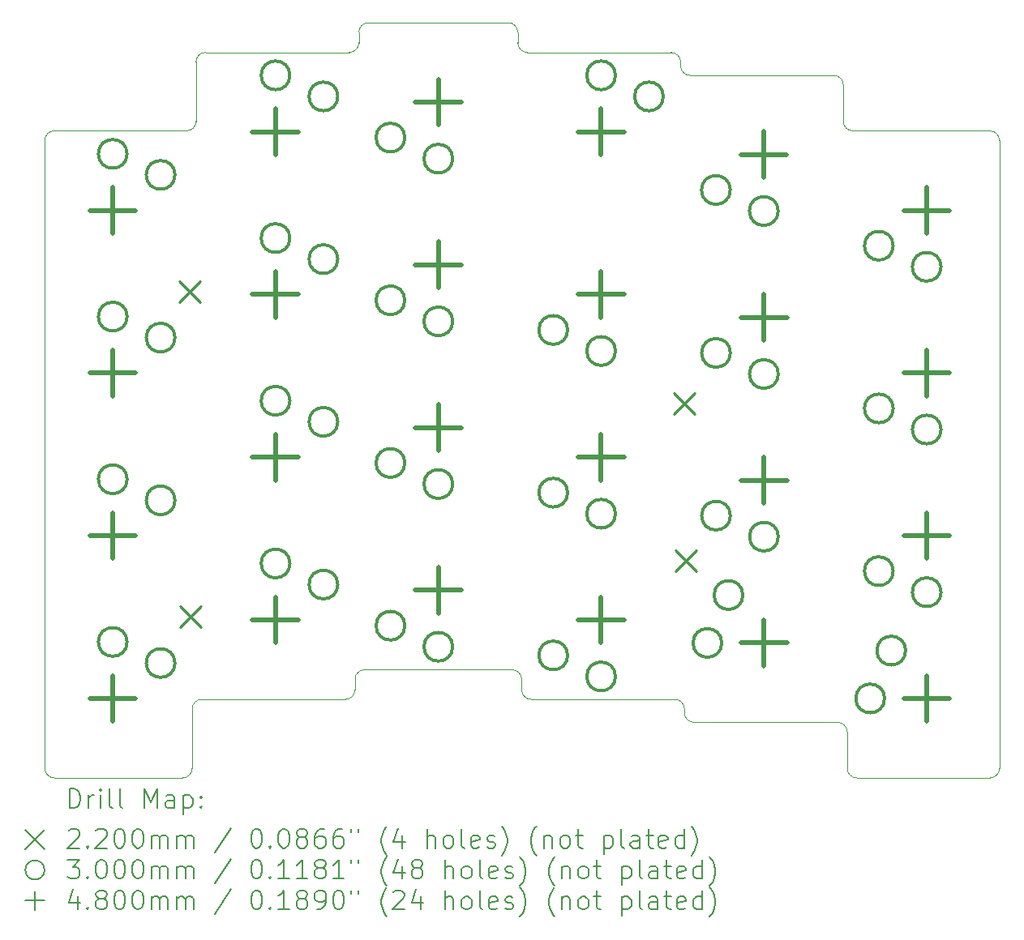
<source format=gbr>
%TF.GenerationSoftware,KiCad,Pcbnew,9.0.0*%
%TF.CreationDate,2025-04-19T15:23:17+09:00*%
%TF.ProjectId,nofy_V2_L,6e6f6679-5f56-4325-9f4c-2e6b69636164,rev?*%
%TF.SameCoordinates,Original*%
%TF.FileFunction,Drillmap*%
%TF.FilePolarity,Positive*%
%FSLAX45Y45*%
G04 Gerber Fmt 4.5, Leading zero omitted, Abs format (unit mm)*
G04 Created by KiCad (PCBNEW 9.0.0) date 2025-04-19 15:23:17*
%MOMM*%
%LPD*%
G01*
G04 APERTURE LIST*
%ADD10C,0.050000*%
%ADD11C,0.200000*%
%ADD12C,0.220000*%
%ADD13C,0.300000*%
%ADD14C,0.480000*%
G04 APERTURE END LIST*
D10*
X3266786Y-9873214D02*
G75*
G02*
X3366786Y-9773207I100004J4D01*
G01*
X10006787Y-10013214D02*
G75*
G02*
X10106787Y-10113214I4J-99997D01*
G01*
X8466787Y-3253213D02*
X9966787Y-3253213D01*
X8466787Y-3253213D02*
G75*
G02*
X8366786Y-3153213I4J100004D01*
G01*
X8306786Y-9773214D02*
G75*
G02*
X8406787Y-9873214I4J-99997D01*
G01*
X6666786Y-2803213D02*
X6666786Y-2913213D01*
X8506787Y-10013214D02*
G75*
G02*
X8406787Y-9913214I4J100004D01*
G01*
X1826786Y-10593214D02*
G75*
G02*
X1726786Y-10493214I4J100004D01*
G01*
X5006787Y-2803213D02*
G75*
G02*
X5106787Y-2703207I100004J4D01*
G01*
X11596786Y-3833213D02*
X10166787Y-3833213D01*
X6766786Y-3013213D02*
G75*
G02*
X6666786Y-2913213I4J100004D01*
G01*
X5106787Y-2703214D02*
X6566786Y-2703214D01*
X1826786Y-3833213D02*
X3206786Y-3833213D01*
X8266786Y-3013213D02*
G75*
G02*
X8366786Y-3113213I4J-99997D01*
G01*
X6766786Y-3013213D02*
X8266786Y-3013213D01*
X1726786Y-3933213D02*
G75*
G02*
X1826786Y-3833213I100000J1D01*
G01*
X6566786Y-2703214D02*
G75*
G02*
X6666786Y-2803213I4J-99996D01*
G01*
X3266786Y-9873214D02*
X3266786Y-10493214D01*
X10066787Y-3353213D02*
X10066787Y-3732838D01*
X5006787Y-2913213D02*
X5006787Y-2803213D01*
X10166787Y-3833213D02*
G75*
G02*
X10066787Y-3733213I4J100004D01*
G01*
X9966787Y-3253213D02*
G75*
G02*
X10066787Y-3353213I4J-99997D01*
G01*
X8306786Y-9773214D02*
X6806786Y-9773214D01*
X3306786Y-3733213D02*
G75*
G02*
X3206786Y-3833206I-99997J3D01*
G01*
X1726786Y-10493214D02*
X1726786Y-3933213D01*
X4966787Y-9673214D02*
G75*
G02*
X4866787Y-9773207I-99997J4D01*
G01*
X4866787Y-9773214D02*
X3366786Y-9773214D01*
X6706786Y-9673214D02*
X6706786Y-9563214D01*
X3306786Y-3733213D02*
X3306786Y-3113213D01*
X6606786Y-9463214D02*
G75*
G02*
X6706786Y-9563214I4J-99997D01*
G01*
X11596786Y-3833213D02*
G75*
G02*
X11696786Y-3933213I4J-99997D01*
G01*
X11596786Y-10593214D02*
X10206787Y-10593214D01*
X3266786Y-10493214D02*
G75*
G02*
X3166786Y-10593207I-99997J4D01*
G01*
X10206787Y-10593214D02*
G75*
G02*
X10106787Y-10493214I4J100004D01*
G01*
X4966787Y-9563214D02*
G75*
G02*
X5066787Y-9463207I100004J4D01*
G01*
X4966787Y-9563214D02*
X4966787Y-9673214D01*
X10006787Y-10013214D02*
X8506787Y-10013214D01*
X10106787Y-10493214D02*
X10106787Y-10113214D01*
X11696786Y-10493214D02*
G75*
G02*
X11596786Y-10593207I-99997J4D01*
G01*
X5006787Y-2913213D02*
G75*
G02*
X4906787Y-3013206I-99997J4D01*
G01*
X3406786Y-3013213D02*
X4906787Y-3013213D01*
X3306786Y-3113213D02*
G75*
G02*
X3406786Y-3013206I100004J4D01*
G01*
X8406787Y-9913214D02*
X8406787Y-9873214D01*
X3166786Y-10593214D02*
X1826786Y-10593214D01*
X11696786Y-10493214D02*
X11696786Y-3933213D01*
X8366786Y-3113213D02*
X8366786Y-3153213D01*
X6606786Y-9463214D02*
X5066787Y-9463214D01*
X6806786Y-9773214D02*
G75*
G02*
X6706786Y-9673214I4J100004D01*
G01*
D11*
D12*
X3126786Y-5403214D02*
X3346786Y-5623213D01*
X3346786Y-5403214D02*
X3126786Y-5623213D01*
X3136786Y-8803214D02*
X3356786Y-9023214D01*
X3356786Y-8803214D02*
X3136786Y-9023214D01*
X8296786Y-6573213D02*
X8516787Y-6793213D01*
X8516787Y-6573213D02*
X8296786Y-6793213D01*
X8309786Y-8214213D02*
X8529787Y-8434214D01*
X8529787Y-8214213D02*
X8309786Y-8434214D01*
D13*
X2586787Y-4073213D02*
G75*
G02*
X2286787Y-4073213I-150000J0D01*
G01*
X2286787Y-4073213D02*
G75*
G02*
X2586787Y-4073213I150000J0D01*
G01*
X2586787Y-5773213D02*
G75*
G02*
X2286787Y-5773213I-150000J0D01*
G01*
X2286787Y-5773213D02*
G75*
G02*
X2586787Y-5773213I150000J0D01*
G01*
X2586787Y-7473213D02*
G75*
G02*
X2286787Y-7473213I-150000J0D01*
G01*
X2286787Y-7473213D02*
G75*
G02*
X2586787Y-7473213I150000J0D01*
G01*
X2586787Y-9173214D02*
G75*
G02*
X2286787Y-9173214I-150000J0D01*
G01*
X2286787Y-9173214D02*
G75*
G02*
X2586787Y-9173214I150000J0D01*
G01*
X3086786Y-4293214D02*
G75*
G02*
X2786787Y-4293214I-150000J0D01*
G01*
X2786787Y-4293214D02*
G75*
G02*
X3086786Y-4293214I150000J0D01*
G01*
X3086786Y-5993213D02*
G75*
G02*
X2786787Y-5993213I-150000J0D01*
G01*
X2786787Y-5993213D02*
G75*
G02*
X3086786Y-5993213I150000J0D01*
G01*
X3086786Y-7693213D02*
G75*
G02*
X2786787Y-7693213I-150000J0D01*
G01*
X2786787Y-7693213D02*
G75*
G02*
X3086786Y-7693213I150000J0D01*
G01*
X3086786Y-9393214D02*
G75*
G02*
X2786787Y-9393214I-150000J0D01*
G01*
X2786787Y-9393214D02*
G75*
G02*
X3086786Y-9393214I150000J0D01*
G01*
X4286787Y-3253213D02*
G75*
G02*
X3986786Y-3253213I-150000J0D01*
G01*
X3986786Y-3253213D02*
G75*
G02*
X4286787Y-3253213I150000J0D01*
G01*
X4286787Y-4953214D02*
G75*
G02*
X3986786Y-4953214I-150000J0D01*
G01*
X3986786Y-4953214D02*
G75*
G02*
X4286787Y-4953214I150000J0D01*
G01*
X4286787Y-6653213D02*
G75*
G02*
X3986786Y-6653213I-150000J0D01*
G01*
X3986786Y-6653213D02*
G75*
G02*
X4286787Y-6653213I150000J0D01*
G01*
X4286787Y-8353213D02*
G75*
G02*
X3986786Y-8353213I-150000J0D01*
G01*
X3986786Y-8353213D02*
G75*
G02*
X4286787Y-8353213I150000J0D01*
G01*
X4786787Y-3473213D02*
G75*
G02*
X4486787Y-3473213I-150000J0D01*
G01*
X4486787Y-3473213D02*
G75*
G02*
X4786787Y-3473213I150000J0D01*
G01*
X4786787Y-5173214D02*
G75*
G02*
X4486787Y-5173214I-150000J0D01*
G01*
X4486787Y-5173214D02*
G75*
G02*
X4786787Y-5173214I150000J0D01*
G01*
X4786787Y-6873213D02*
G75*
G02*
X4486787Y-6873213I-150000J0D01*
G01*
X4486787Y-6873213D02*
G75*
G02*
X4786787Y-6873213I150000J0D01*
G01*
X4786787Y-8573214D02*
G75*
G02*
X4486787Y-8573214I-150000J0D01*
G01*
X4486787Y-8573214D02*
G75*
G02*
X4786787Y-8573214I150000J0D01*
G01*
X5486787Y-3903213D02*
G75*
G02*
X5186787Y-3903213I-150000J0D01*
G01*
X5186787Y-3903213D02*
G75*
G02*
X5486787Y-3903213I150000J0D01*
G01*
X5486787Y-5603213D02*
G75*
G02*
X5186787Y-5603213I-150000J0D01*
G01*
X5186787Y-5603213D02*
G75*
G02*
X5486787Y-5603213I150000J0D01*
G01*
X5486787Y-7303213D02*
G75*
G02*
X5186787Y-7303213I-150000J0D01*
G01*
X5186787Y-7303213D02*
G75*
G02*
X5486787Y-7303213I150000J0D01*
G01*
X5486787Y-9003214D02*
G75*
G02*
X5186787Y-9003214I-150000J0D01*
G01*
X5186787Y-9003214D02*
G75*
G02*
X5486787Y-9003214I150000J0D01*
G01*
X5986786Y-4123213D02*
G75*
G02*
X5686786Y-4123213I-150000J0D01*
G01*
X5686786Y-4123213D02*
G75*
G02*
X5986786Y-4123213I150000J0D01*
G01*
X5986786Y-5823213D02*
G75*
G02*
X5686786Y-5823213I-150000J0D01*
G01*
X5686786Y-5823213D02*
G75*
G02*
X5986786Y-5823213I150000J0D01*
G01*
X5986786Y-7523213D02*
G75*
G02*
X5686786Y-7523213I-150000J0D01*
G01*
X5686786Y-7523213D02*
G75*
G02*
X5986786Y-7523213I150000J0D01*
G01*
X5986786Y-9223214D02*
G75*
G02*
X5686786Y-9223214I-150000J0D01*
G01*
X5686786Y-9223214D02*
G75*
G02*
X5986786Y-9223214I150000J0D01*
G01*
X7186786Y-5913213D02*
G75*
G02*
X6886786Y-5913213I-150000J0D01*
G01*
X6886786Y-5913213D02*
G75*
G02*
X7186786Y-5913213I150000J0D01*
G01*
X7186786Y-7613213D02*
G75*
G02*
X6886786Y-7613213I-150000J0D01*
G01*
X6886786Y-7613213D02*
G75*
G02*
X7186786Y-7613213I150000J0D01*
G01*
X7186786Y-9313214D02*
G75*
G02*
X6886786Y-9313214I-150000J0D01*
G01*
X6886786Y-9313214D02*
G75*
G02*
X7186786Y-9313214I150000J0D01*
G01*
X7686786Y-3253213D02*
G75*
G02*
X7386786Y-3253213I-150000J0D01*
G01*
X7386786Y-3253213D02*
G75*
G02*
X7686786Y-3253213I150000J0D01*
G01*
X7686786Y-6133213D02*
G75*
G02*
X7386786Y-6133213I-150000J0D01*
G01*
X7386786Y-6133213D02*
G75*
G02*
X7686786Y-6133213I150000J0D01*
G01*
X7686786Y-7833213D02*
G75*
G02*
X7386786Y-7833213I-150000J0D01*
G01*
X7386786Y-7833213D02*
G75*
G02*
X7686786Y-7833213I150000J0D01*
G01*
X7686786Y-9533214D02*
G75*
G02*
X7386786Y-9533214I-150000J0D01*
G01*
X7386786Y-9533214D02*
G75*
G02*
X7686786Y-9533214I150000J0D01*
G01*
X8186786Y-3473213D02*
G75*
G02*
X7886786Y-3473213I-150000J0D01*
G01*
X7886786Y-3473213D02*
G75*
G02*
X8186786Y-3473213I150000J0D01*
G01*
X8796787Y-9183214D02*
G75*
G02*
X8496787Y-9183214I-150000J0D01*
G01*
X8496787Y-9183214D02*
G75*
G02*
X8796787Y-9183214I150000J0D01*
G01*
X8885537Y-4450714D02*
G75*
G02*
X8585537Y-4450714I-150000J0D01*
G01*
X8585537Y-4450714D02*
G75*
G02*
X8885537Y-4450714I150000J0D01*
G01*
X8886787Y-6153213D02*
G75*
G02*
X8586787Y-6153213I-150000J0D01*
G01*
X8586787Y-6153213D02*
G75*
G02*
X8886787Y-6153213I150000J0D01*
G01*
X8886787Y-7853213D02*
G75*
G02*
X8586787Y-7853213I-150000J0D01*
G01*
X8586787Y-7853213D02*
G75*
G02*
X8886787Y-7853213I150000J0D01*
G01*
X9016787Y-8683214D02*
G75*
G02*
X8716787Y-8683214I-150000J0D01*
G01*
X8716787Y-8683214D02*
G75*
G02*
X9016787Y-8683214I150000J0D01*
G01*
X9385537Y-4670714D02*
G75*
G02*
X9085537Y-4670714I-150000J0D01*
G01*
X9085537Y-4670714D02*
G75*
G02*
X9385537Y-4670714I150000J0D01*
G01*
X9386787Y-6373213D02*
G75*
G02*
X9086787Y-6373213I-150000J0D01*
G01*
X9086787Y-6373213D02*
G75*
G02*
X9386787Y-6373213I150000J0D01*
G01*
X9386787Y-8073213D02*
G75*
G02*
X9086787Y-8073213I-150000J0D01*
G01*
X9086787Y-8073213D02*
G75*
G02*
X9386787Y-8073213I150000J0D01*
G01*
X10496787Y-9763214D02*
G75*
G02*
X10196787Y-9763214I-150000J0D01*
G01*
X10196787Y-9763214D02*
G75*
G02*
X10496787Y-9763214I150000J0D01*
G01*
X10586787Y-5033214D02*
G75*
G02*
X10286787Y-5033214I-150000J0D01*
G01*
X10286787Y-5033214D02*
G75*
G02*
X10586787Y-5033214I150000J0D01*
G01*
X10586787Y-6733213D02*
G75*
G02*
X10286787Y-6733213I-150000J0D01*
G01*
X10286787Y-6733213D02*
G75*
G02*
X10586787Y-6733213I150000J0D01*
G01*
X10586787Y-8433214D02*
G75*
G02*
X10286787Y-8433214I-150000J0D01*
G01*
X10286787Y-8433214D02*
G75*
G02*
X10586787Y-8433214I150000J0D01*
G01*
X10716787Y-9263214D02*
G75*
G02*
X10416787Y-9263214I-150000J0D01*
G01*
X10416787Y-9263214D02*
G75*
G02*
X10716787Y-9263214I150000J0D01*
G01*
X11086787Y-5253214D02*
G75*
G02*
X10786787Y-5253214I-150000J0D01*
G01*
X10786787Y-5253214D02*
G75*
G02*
X11086787Y-5253214I150000J0D01*
G01*
X11086787Y-6953213D02*
G75*
G02*
X10786787Y-6953213I-150000J0D01*
G01*
X10786787Y-6953213D02*
G75*
G02*
X11086787Y-6953213I150000J0D01*
G01*
X11086787Y-8653214D02*
G75*
G02*
X10786787Y-8653214I-150000J0D01*
G01*
X10786787Y-8653214D02*
G75*
G02*
X11086787Y-8653214I150000J0D01*
G01*
D14*
X2436787Y-4423214D02*
X2436787Y-4903214D01*
X2196787Y-4663214D02*
X2676787Y-4663214D01*
X2436787Y-6123213D02*
X2436787Y-6603213D01*
X2196787Y-6363213D02*
X2676787Y-6363213D01*
X2436787Y-7823213D02*
X2436787Y-8303213D01*
X2196787Y-8063213D02*
X2676787Y-8063213D01*
X2436787Y-9523214D02*
X2436787Y-10003214D01*
X2196787Y-9763214D02*
X2676787Y-9763214D01*
X4136786Y-3603213D02*
X4136786Y-4083213D01*
X3896786Y-3843213D02*
X4376787Y-3843213D01*
X4136786Y-5303214D02*
X4136786Y-5783213D01*
X3896786Y-5543214D02*
X4376787Y-5543214D01*
X4136786Y-7003213D02*
X4136786Y-7483213D01*
X3896786Y-7243213D02*
X4376787Y-7243213D01*
X4136786Y-8703214D02*
X4136786Y-9183214D01*
X3896786Y-8943214D02*
X4376787Y-8943214D01*
X5836786Y-3293213D02*
X5836786Y-3773213D01*
X5596786Y-3533213D02*
X6076786Y-3533213D01*
X5836786Y-4993214D02*
X5836786Y-5473214D01*
X5596786Y-5233214D02*
X6076786Y-5233214D01*
X5836786Y-6693213D02*
X5836786Y-7173213D01*
X5596786Y-6933213D02*
X6076786Y-6933213D01*
X5836786Y-8393214D02*
X5836786Y-8873214D01*
X5596786Y-8633214D02*
X6076786Y-8633214D01*
X7536786Y-3603213D02*
X7536786Y-4083213D01*
X7296786Y-3843213D02*
X7776786Y-3843213D01*
X7536786Y-5303214D02*
X7536786Y-5783213D01*
X7296786Y-5543214D02*
X7776786Y-5543214D01*
X7536786Y-7003213D02*
X7536786Y-7483213D01*
X7296786Y-7243213D02*
X7776786Y-7243213D01*
X7536786Y-8703214D02*
X7536786Y-9183214D01*
X7296786Y-8943214D02*
X7776786Y-8943214D01*
X9235537Y-3840713D02*
X9235537Y-4320714D01*
X8995537Y-4080713D02*
X9475537Y-4080713D01*
X9236787Y-5543214D02*
X9236787Y-6023213D01*
X8996787Y-5783213D02*
X9476787Y-5783213D01*
X9236787Y-7243213D02*
X9236787Y-7723213D01*
X8996787Y-7483213D02*
X9476787Y-7483213D01*
X9236787Y-8943214D02*
X9236787Y-9423214D01*
X8996787Y-9183214D02*
X9476787Y-9183214D01*
X10936787Y-4423214D02*
X10936787Y-4903214D01*
X10696787Y-4663214D02*
X11176787Y-4663214D01*
X10936787Y-6123213D02*
X10936787Y-6603213D01*
X10696787Y-6363213D02*
X11176787Y-6363213D01*
X10936787Y-7823213D02*
X10936787Y-8303213D01*
X10696787Y-8063213D02*
X11176787Y-8063213D01*
X10936787Y-9523214D02*
X10936787Y-10003214D01*
X10696787Y-9763214D02*
X11176787Y-9763214D01*
D11*
X1985063Y-10907197D02*
X1985063Y-10707197D01*
X1985063Y-10707197D02*
X2032682Y-10707197D01*
X2032682Y-10707197D02*
X2061254Y-10716721D01*
X2061254Y-10716721D02*
X2080301Y-10735769D01*
X2080301Y-10735769D02*
X2089825Y-10754816D01*
X2089825Y-10754816D02*
X2099349Y-10792912D01*
X2099349Y-10792912D02*
X2099349Y-10821483D01*
X2099349Y-10821483D02*
X2089825Y-10859578D01*
X2089825Y-10859578D02*
X2080301Y-10878626D01*
X2080301Y-10878626D02*
X2061254Y-10897674D01*
X2061254Y-10897674D02*
X2032682Y-10907197D01*
X2032682Y-10907197D02*
X1985063Y-10907197D01*
X2185063Y-10907197D02*
X2185063Y-10773864D01*
X2185063Y-10811959D02*
X2194587Y-10792912D01*
X2194587Y-10792912D02*
X2204111Y-10783388D01*
X2204111Y-10783388D02*
X2223159Y-10773864D01*
X2223159Y-10773864D02*
X2242206Y-10773864D01*
X2308873Y-10907197D02*
X2308873Y-10773864D01*
X2308873Y-10707197D02*
X2299349Y-10716721D01*
X2299349Y-10716721D02*
X2308873Y-10726245D01*
X2308873Y-10726245D02*
X2318397Y-10716721D01*
X2318397Y-10716721D02*
X2308873Y-10707197D01*
X2308873Y-10707197D02*
X2308873Y-10726245D01*
X2432682Y-10907197D02*
X2413635Y-10897674D01*
X2413635Y-10897674D02*
X2404111Y-10878626D01*
X2404111Y-10878626D02*
X2404111Y-10707197D01*
X2537444Y-10907197D02*
X2518397Y-10897674D01*
X2518397Y-10897674D02*
X2508873Y-10878626D01*
X2508873Y-10878626D02*
X2508873Y-10707197D01*
X2766016Y-10907197D02*
X2766016Y-10707197D01*
X2766016Y-10707197D02*
X2832682Y-10850054D01*
X2832682Y-10850054D02*
X2899349Y-10707197D01*
X2899349Y-10707197D02*
X2899349Y-10907197D01*
X3080301Y-10907197D02*
X3080301Y-10802435D01*
X3080301Y-10802435D02*
X3070778Y-10783388D01*
X3070778Y-10783388D02*
X3051730Y-10773864D01*
X3051730Y-10773864D02*
X3013635Y-10773864D01*
X3013635Y-10773864D02*
X2994587Y-10783388D01*
X3080301Y-10897674D02*
X3061254Y-10907197D01*
X3061254Y-10907197D02*
X3013635Y-10907197D01*
X3013635Y-10907197D02*
X2994587Y-10897674D01*
X2994587Y-10897674D02*
X2985063Y-10878626D01*
X2985063Y-10878626D02*
X2985063Y-10859578D01*
X2985063Y-10859578D02*
X2994587Y-10840531D01*
X2994587Y-10840531D02*
X3013635Y-10831007D01*
X3013635Y-10831007D02*
X3061254Y-10831007D01*
X3061254Y-10831007D02*
X3080301Y-10821483D01*
X3175539Y-10773864D02*
X3175539Y-10973864D01*
X3175539Y-10783388D02*
X3194587Y-10773864D01*
X3194587Y-10773864D02*
X3232682Y-10773864D01*
X3232682Y-10773864D02*
X3251730Y-10783388D01*
X3251730Y-10783388D02*
X3261254Y-10792912D01*
X3261254Y-10792912D02*
X3270778Y-10811959D01*
X3270778Y-10811959D02*
X3270778Y-10869102D01*
X3270778Y-10869102D02*
X3261254Y-10888150D01*
X3261254Y-10888150D02*
X3251730Y-10897674D01*
X3251730Y-10897674D02*
X3232682Y-10907197D01*
X3232682Y-10907197D02*
X3194587Y-10907197D01*
X3194587Y-10907197D02*
X3175539Y-10897674D01*
X3356492Y-10888150D02*
X3366016Y-10897674D01*
X3366016Y-10897674D02*
X3356492Y-10907197D01*
X3356492Y-10907197D02*
X3346968Y-10897674D01*
X3346968Y-10897674D02*
X3356492Y-10888150D01*
X3356492Y-10888150D02*
X3356492Y-10907197D01*
X3356492Y-10783388D02*
X3366016Y-10792912D01*
X3366016Y-10792912D02*
X3356492Y-10802435D01*
X3356492Y-10802435D02*
X3346968Y-10792912D01*
X3346968Y-10792912D02*
X3356492Y-10783388D01*
X3356492Y-10783388D02*
X3356492Y-10802435D01*
X1524286Y-11135714D02*
X1724286Y-11335713D01*
X1724286Y-11135714D02*
X1524286Y-11335713D01*
X1975539Y-11146245D02*
X1985063Y-11136721D01*
X1985063Y-11136721D02*
X2004111Y-11127197D01*
X2004111Y-11127197D02*
X2051730Y-11127197D01*
X2051730Y-11127197D02*
X2070778Y-11136721D01*
X2070778Y-11136721D02*
X2080301Y-11146245D01*
X2080301Y-11146245D02*
X2089825Y-11165293D01*
X2089825Y-11165293D02*
X2089825Y-11184340D01*
X2089825Y-11184340D02*
X2080301Y-11212911D01*
X2080301Y-11212911D02*
X1966016Y-11327197D01*
X1966016Y-11327197D02*
X2089825Y-11327197D01*
X2175540Y-11308150D02*
X2185063Y-11317673D01*
X2185063Y-11317673D02*
X2175540Y-11327197D01*
X2175540Y-11327197D02*
X2166016Y-11317673D01*
X2166016Y-11317673D02*
X2175540Y-11308150D01*
X2175540Y-11308150D02*
X2175540Y-11327197D01*
X2261254Y-11146245D02*
X2270778Y-11136721D01*
X2270778Y-11136721D02*
X2289825Y-11127197D01*
X2289825Y-11127197D02*
X2337444Y-11127197D01*
X2337444Y-11127197D02*
X2356492Y-11136721D01*
X2356492Y-11136721D02*
X2366016Y-11146245D01*
X2366016Y-11146245D02*
X2375540Y-11165293D01*
X2375540Y-11165293D02*
X2375540Y-11184340D01*
X2375540Y-11184340D02*
X2366016Y-11212911D01*
X2366016Y-11212911D02*
X2251730Y-11327197D01*
X2251730Y-11327197D02*
X2375540Y-11327197D01*
X2499349Y-11127197D02*
X2518397Y-11127197D01*
X2518397Y-11127197D02*
X2537444Y-11136721D01*
X2537444Y-11136721D02*
X2546968Y-11146245D01*
X2546968Y-11146245D02*
X2556492Y-11165293D01*
X2556492Y-11165293D02*
X2566016Y-11203388D01*
X2566016Y-11203388D02*
X2566016Y-11251007D01*
X2566016Y-11251007D02*
X2556492Y-11289102D01*
X2556492Y-11289102D02*
X2546968Y-11308150D01*
X2546968Y-11308150D02*
X2537444Y-11317673D01*
X2537444Y-11317673D02*
X2518397Y-11327197D01*
X2518397Y-11327197D02*
X2499349Y-11327197D01*
X2499349Y-11327197D02*
X2480301Y-11317673D01*
X2480301Y-11317673D02*
X2470778Y-11308150D01*
X2470778Y-11308150D02*
X2461254Y-11289102D01*
X2461254Y-11289102D02*
X2451730Y-11251007D01*
X2451730Y-11251007D02*
X2451730Y-11203388D01*
X2451730Y-11203388D02*
X2461254Y-11165293D01*
X2461254Y-11165293D02*
X2470778Y-11146245D01*
X2470778Y-11146245D02*
X2480301Y-11136721D01*
X2480301Y-11136721D02*
X2499349Y-11127197D01*
X2689825Y-11127197D02*
X2708873Y-11127197D01*
X2708873Y-11127197D02*
X2727921Y-11136721D01*
X2727921Y-11136721D02*
X2737444Y-11146245D01*
X2737444Y-11146245D02*
X2746968Y-11165293D01*
X2746968Y-11165293D02*
X2756492Y-11203388D01*
X2756492Y-11203388D02*
X2756492Y-11251007D01*
X2756492Y-11251007D02*
X2746968Y-11289102D01*
X2746968Y-11289102D02*
X2737444Y-11308150D01*
X2737444Y-11308150D02*
X2727921Y-11317673D01*
X2727921Y-11317673D02*
X2708873Y-11327197D01*
X2708873Y-11327197D02*
X2689825Y-11327197D01*
X2689825Y-11327197D02*
X2670778Y-11317673D01*
X2670778Y-11317673D02*
X2661254Y-11308150D01*
X2661254Y-11308150D02*
X2651730Y-11289102D01*
X2651730Y-11289102D02*
X2642206Y-11251007D01*
X2642206Y-11251007D02*
X2642206Y-11203388D01*
X2642206Y-11203388D02*
X2651730Y-11165293D01*
X2651730Y-11165293D02*
X2661254Y-11146245D01*
X2661254Y-11146245D02*
X2670778Y-11136721D01*
X2670778Y-11136721D02*
X2689825Y-11127197D01*
X2842206Y-11327197D02*
X2842206Y-11193864D01*
X2842206Y-11212911D02*
X2851730Y-11203388D01*
X2851730Y-11203388D02*
X2870778Y-11193864D01*
X2870778Y-11193864D02*
X2899349Y-11193864D01*
X2899349Y-11193864D02*
X2918397Y-11203388D01*
X2918397Y-11203388D02*
X2927920Y-11222435D01*
X2927920Y-11222435D02*
X2927920Y-11327197D01*
X2927920Y-11222435D02*
X2937444Y-11203388D01*
X2937444Y-11203388D02*
X2956492Y-11193864D01*
X2956492Y-11193864D02*
X2985063Y-11193864D01*
X2985063Y-11193864D02*
X3004111Y-11203388D01*
X3004111Y-11203388D02*
X3013635Y-11222435D01*
X3013635Y-11222435D02*
X3013635Y-11327197D01*
X3108873Y-11327197D02*
X3108873Y-11193864D01*
X3108873Y-11212911D02*
X3118397Y-11203388D01*
X3118397Y-11203388D02*
X3137444Y-11193864D01*
X3137444Y-11193864D02*
X3166016Y-11193864D01*
X3166016Y-11193864D02*
X3185063Y-11203388D01*
X3185063Y-11203388D02*
X3194587Y-11222435D01*
X3194587Y-11222435D02*
X3194587Y-11327197D01*
X3194587Y-11222435D02*
X3204111Y-11203388D01*
X3204111Y-11203388D02*
X3223159Y-11193864D01*
X3223159Y-11193864D02*
X3251730Y-11193864D01*
X3251730Y-11193864D02*
X3270778Y-11203388D01*
X3270778Y-11203388D02*
X3280301Y-11222435D01*
X3280301Y-11222435D02*
X3280301Y-11327197D01*
X3670778Y-11117674D02*
X3499349Y-11374816D01*
X3927921Y-11127197D02*
X3946968Y-11127197D01*
X3946968Y-11127197D02*
X3966016Y-11136721D01*
X3966016Y-11136721D02*
X3975540Y-11146245D01*
X3975540Y-11146245D02*
X3985063Y-11165293D01*
X3985063Y-11165293D02*
X3994587Y-11203388D01*
X3994587Y-11203388D02*
X3994587Y-11251007D01*
X3994587Y-11251007D02*
X3985063Y-11289102D01*
X3985063Y-11289102D02*
X3975540Y-11308150D01*
X3975540Y-11308150D02*
X3966016Y-11317673D01*
X3966016Y-11317673D02*
X3946968Y-11327197D01*
X3946968Y-11327197D02*
X3927921Y-11327197D01*
X3927921Y-11327197D02*
X3908873Y-11317673D01*
X3908873Y-11317673D02*
X3899349Y-11308150D01*
X3899349Y-11308150D02*
X3889825Y-11289102D01*
X3889825Y-11289102D02*
X3880302Y-11251007D01*
X3880302Y-11251007D02*
X3880302Y-11203388D01*
X3880302Y-11203388D02*
X3889825Y-11165293D01*
X3889825Y-11165293D02*
X3899349Y-11146245D01*
X3899349Y-11146245D02*
X3908873Y-11136721D01*
X3908873Y-11136721D02*
X3927921Y-11127197D01*
X4080302Y-11308150D02*
X4089825Y-11317673D01*
X4089825Y-11317673D02*
X4080302Y-11327197D01*
X4080302Y-11327197D02*
X4070778Y-11317673D01*
X4070778Y-11317673D02*
X4080302Y-11308150D01*
X4080302Y-11308150D02*
X4080302Y-11327197D01*
X4213635Y-11127197D02*
X4232683Y-11127197D01*
X4232683Y-11127197D02*
X4251730Y-11136721D01*
X4251730Y-11136721D02*
X4261254Y-11146245D01*
X4261254Y-11146245D02*
X4270778Y-11165293D01*
X4270778Y-11165293D02*
X4280302Y-11203388D01*
X4280302Y-11203388D02*
X4280302Y-11251007D01*
X4280302Y-11251007D02*
X4270778Y-11289102D01*
X4270778Y-11289102D02*
X4261254Y-11308150D01*
X4261254Y-11308150D02*
X4251730Y-11317673D01*
X4251730Y-11317673D02*
X4232683Y-11327197D01*
X4232683Y-11327197D02*
X4213635Y-11327197D01*
X4213635Y-11327197D02*
X4194587Y-11317673D01*
X4194587Y-11317673D02*
X4185063Y-11308150D01*
X4185063Y-11308150D02*
X4175540Y-11289102D01*
X4175540Y-11289102D02*
X4166016Y-11251007D01*
X4166016Y-11251007D02*
X4166016Y-11203388D01*
X4166016Y-11203388D02*
X4175540Y-11165293D01*
X4175540Y-11165293D02*
X4185063Y-11146245D01*
X4185063Y-11146245D02*
X4194587Y-11136721D01*
X4194587Y-11136721D02*
X4213635Y-11127197D01*
X4394587Y-11212911D02*
X4375540Y-11203388D01*
X4375540Y-11203388D02*
X4366016Y-11193864D01*
X4366016Y-11193864D02*
X4356492Y-11174816D01*
X4356492Y-11174816D02*
X4356492Y-11165293D01*
X4356492Y-11165293D02*
X4366016Y-11146245D01*
X4366016Y-11146245D02*
X4375540Y-11136721D01*
X4375540Y-11136721D02*
X4394587Y-11127197D01*
X4394587Y-11127197D02*
X4432683Y-11127197D01*
X4432683Y-11127197D02*
X4451730Y-11136721D01*
X4451730Y-11136721D02*
X4461254Y-11146245D01*
X4461254Y-11146245D02*
X4470778Y-11165293D01*
X4470778Y-11165293D02*
X4470778Y-11174816D01*
X4470778Y-11174816D02*
X4461254Y-11193864D01*
X4461254Y-11193864D02*
X4451730Y-11203388D01*
X4451730Y-11203388D02*
X4432683Y-11212911D01*
X4432683Y-11212911D02*
X4394587Y-11212911D01*
X4394587Y-11212911D02*
X4375540Y-11222435D01*
X4375540Y-11222435D02*
X4366016Y-11231959D01*
X4366016Y-11231959D02*
X4356492Y-11251007D01*
X4356492Y-11251007D02*
X4356492Y-11289102D01*
X4356492Y-11289102D02*
X4366016Y-11308150D01*
X4366016Y-11308150D02*
X4375540Y-11317673D01*
X4375540Y-11317673D02*
X4394587Y-11327197D01*
X4394587Y-11327197D02*
X4432683Y-11327197D01*
X4432683Y-11327197D02*
X4451730Y-11317673D01*
X4451730Y-11317673D02*
X4461254Y-11308150D01*
X4461254Y-11308150D02*
X4470778Y-11289102D01*
X4470778Y-11289102D02*
X4470778Y-11251007D01*
X4470778Y-11251007D02*
X4461254Y-11231959D01*
X4461254Y-11231959D02*
X4451730Y-11222435D01*
X4451730Y-11222435D02*
X4432683Y-11212911D01*
X4642206Y-11127197D02*
X4604111Y-11127197D01*
X4604111Y-11127197D02*
X4585064Y-11136721D01*
X4585064Y-11136721D02*
X4575540Y-11146245D01*
X4575540Y-11146245D02*
X4556492Y-11174816D01*
X4556492Y-11174816D02*
X4546968Y-11212911D01*
X4546968Y-11212911D02*
X4546968Y-11289102D01*
X4546968Y-11289102D02*
X4556492Y-11308150D01*
X4556492Y-11308150D02*
X4566016Y-11317673D01*
X4566016Y-11317673D02*
X4585064Y-11327197D01*
X4585064Y-11327197D02*
X4623159Y-11327197D01*
X4623159Y-11327197D02*
X4642206Y-11317673D01*
X4642206Y-11317673D02*
X4651730Y-11308150D01*
X4651730Y-11308150D02*
X4661254Y-11289102D01*
X4661254Y-11289102D02*
X4661254Y-11241483D01*
X4661254Y-11241483D02*
X4651730Y-11222435D01*
X4651730Y-11222435D02*
X4642206Y-11212911D01*
X4642206Y-11212911D02*
X4623159Y-11203388D01*
X4623159Y-11203388D02*
X4585064Y-11203388D01*
X4585064Y-11203388D02*
X4566016Y-11212911D01*
X4566016Y-11212911D02*
X4556492Y-11222435D01*
X4556492Y-11222435D02*
X4546968Y-11241483D01*
X4832683Y-11127197D02*
X4794587Y-11127197D01*
X4794587Y-11127197D02*
X4775540Y-11136721D01*
X4775540Y-11136721D02*
X4766016Y-11146245D01*
X4766016Y-11146245D02*
X4746968Y-11174816D01*
X4746968Y-11174816D02*
X4737445Y-11212911D01*
X4737445Y-11212911D02*
X4737445Y-11289102D01*
X4737445Y-11289102D02*
X4746968Y-11308150D01*
X4746968Y-11308150D02*
X4756492Y-11317673D01*
X4756492Y-11317673D02*
X4775540Y-11327197D01*
X4775540Y-11327197D02*
X4813635Y-11327197D01*
X4813635Y-11327197D02*
X4832683Y-11317673D01*
X4832683Y-11317673D02*
X4842206Y-11308150D01*
X4842206Y-11308150D02*
X4851730Y-11289102D01*
X4851730Y-11289102D02*
X4851730Y-11241483D01*
X4851730Y-11241483D02*
X4842206Y-11222435D01*
X4842206Y-11222435D02*
X4832683Y-11212911D01*
X4832683Y-11212911D02*
X4813635Y-11203388D01*
X4813635Y-11203388D02*
X4775540Y-11203388D01*
X4775540Y-11203388D02*
X4756492Y-11212911D01*
X4756492Y-11212911D02*
X4746968Y-11222435D01*
X4746968Y-11222435D02*
X4737445Y-11241483D01*
X4927921Y-11127197D02*
X4927921Y-11165293D01*
X5004111Y-11127197D02*
X5004111Y-11165293D01*
X5299349Y-11403388D02*
X5289826Y-11393864D01*
X5289826Y-11393864D02*
X5270778Y-11365292D01*
X5270778Y-11365292D02*
X5261254Y-11346245D01*
X5261254Y-11346245D02*
X5251730Y-11317673D01*
X5251730Y-11317673D02*
X5242207Y-11270054D01*
X5242207Y-11270054D02*
X5242207Y-11231959D01*
X5242207Y-11231959D02*
X5251730Y-11184340D01*
X5251730Y-11184340D02*
X5261254Y-11155769D01*
X5261254Y-11155769D02*
X5270778Y-11136721D01*
X5270778Y-11136721D02*
X5289826Y-11108150D01*
X5289826Y-11108150D02*
X5299349Y-11098626D01*
X5461254Y-11193864D02*
X5461254Y-11327197D01*
X5413635Y-11117674D02*
X5366016Y-11260531D01*
X5366016Y-11260531D02*
X5489826Y-11260531D01*
X5718397Y-11327197D02*
X5718397Y-11127197D01*
X5804111Y-11327197D02*
X5804111Y-11222435D01*
X5804111Y-11222435D02*
X5794587Y-11203388D01*
X5794587Y-11203388D02*
X5775540Y-11193864D01*
X5775540Y-11193864D02*
X5746968Y-11193864D01*
X5746968Y-11193864D02*
X5727921Y-11203388D01*
X5727921Y-11203388D02*
X5718397Y-11212911D01*
X5927921Y-11327197D02*
X5908873Y-11317673D01*
X5908873Y-11317673D02*
X5899349Y-11308150D01*
X5899349Y-11308150D02*
X5889826Y-11289102D01*
X5889826Y-11289102D02*
X5889826Y-11231959D01*
X5889826Y-11231959D02*
X5899349Y-11212911D01*
X5899349Y-11212911D02*
X5908873Y-11203388D01*
X5908873Y-11203388D02*
X5927921Y-11193864D01*
X5927921Y-11193864D02*
X5956492Y-11193864D01*
X5956492Y-11193864D02*
X5975540Y-11203388D01*
X5975540Y-11203388D02*
X5985064Y-11212911D01*
X5985064Y-11212911D02*
X5994587Y-11231959D01*
X5994587Y-11231959D02*
X5994587Y-11289102D01*
X5994587Y-11289102D02*
X5985064Y-11308150D01*
X5985064Y-11308150D02*
X5975540Y-11317673D01*
X5975540Y-11317673D02*
X5956492Y-11327197D01*
X5956492Y-11327197D02*
X5927921Y-11327197D01*
X6108873Y-11327197D02*
X6089826Y-11317673D01*
X6089826Y-11317673D02*
X6080302Y-11298626D01*
X6080302Y-11298626D02*
X6080302Y-11127197D01*
X6261254Y-11317673D02*
X6242207Y-11327197D01*
X6242207Y-11327197D02*
X6204111Y-11327197D01*
X6204111Y-11327197D02*
X6185064Y-11317673D01*
X6185064Y-11317673D02*
X6175540Y-11298626D01*
X6175540Y-11298626D02*
X6175540Y-11222435D01*
X6175540Y-11222435D02*
X6185064Y-11203388D01*
X6185064Y-11203388D02*
X6204111Y-11193864D01*
X6204111Y-11193864D02*
X6242207Y-11193864D01*
X6242207Y-11193864D02*
X6261254Y-11203388D01*
X6261254Y-11203388D02*
X6270778Y-11222435D01*
X6270778Y-11222435D02*
X6270778Y-11241483D01*
X6270778Y-11241483D02*
X6175540Y-11260531D01*
X6346968Y-11317673D02*
X6366016Y-11327197D01*
X6366016Y-11327197D02*
X6404111Y-11327197D01*
X6404111Y-11327197D02*
X6423159Y-11317673D01*
X6423159Y-11317673D02*
X6432683Y-11298626D01*
X6432683Y-11298626D02*
X6432683Y-11289102D01*
X6432683Y-11289102D02*
X6423159Y-11270054D01*
X6423159Y-11270054D02*
X6404111Y-11260531D01*
X6404111Y-11260531D02*
X6375540Y-11260531D01*
X6375540Y-11260531D02*
X6356492Y-11251007D01*
X6356492Y-11251007D02*
X6346968Y-11231959D01*
X6346968Y-11231959D02*
X6346968Y-11222435D01*
X6346968Y-11222435D02*
X6356492Y-11203388D01*
X6356492Y-11203388D02*
X6375540Y-11193864D01*
X6375540Y-11193864D02*
X6404111Y-11193864D01*
X6404111Y-11193864D02*
X6423159Y-11203388D01*
X6499349Y-11403388D02*
X6508873Y-11393864D01*
X6508873Y-11393864D02*
X6527921Y-11365292D01*
X6527921Y-11365292D02*
X6537445Y-11346245D01*
X6537445Y-11346245D02*
X6546968Y-11317673D01*
X6546968Y-11317673D02*
X6556492Y-11270054D01*
X6556492Y-11270054D02*
X6556492Y-11231959D01*
X6556492Y-11231959D02*
X6546968Y-11184340D01*
X6546968Y-11184340D02*
X6537445Y-11155769D01*
X6537445Y-11155769D02*
X6527921Y-11136721D01*
X6527921Y-11136721D02*
X6508873Y-11108150D01*
X6508873Y-11108150D02*
X6499349Y-11098626D01*
X6861254Y-11403388D02*
X6851730Y-11393864D01*
X6851730Y-11393864D02*
X6832683Y-11365292D01*
X6832683Y-11365292D02*
X6823159Y-11346245D01*
X6823159Y-11346245D02*
X6813635Y-11317673D01*
X6813635Y-11317673D02*
X6804111Y-11270054D01*
X6804111Y-11270054D02*
X6804111Y-11231959D01*
X6804111Y-11231959D02*
X6813635Y-11184340D01*
X6813635Y-11184340D02*
X6823159Y-11155769D01*
X6823159Y-11155769D02*
X6832683Y-11136721D01*
X6832683Y-11136721D02*
X6851730Y-11108150D01*
X6851730Y-11108150D02*
X6861254Y-11098626D01*
X6937445Y-11193864D02*
X6937445Y-11327197D01*
X6937445Y-11212911D02*
X6946968Y-11203388D01*
X6946968Y-11203388D02*
X6966016Y-11193864D01*
X6966016Y-11193864D02*
X6994588Y-11193864D01*
X6994588Y-11193864D02*
X7013635Y-11203388D01*
X7013635Y-11203388D02*
X7023159Y-11222435D01*
X7023159Y-11222435D02*
X7023159Y-11327197D01*
X7146968Y-11327197D02*
X7127921Y-11317673D01*
X7127921Y-11317673D02*
X7118397Y-11308150D01*
X7118397Y-11308150D02*
X7108873Y-11289102D01*
X7108873Y-11289102D02*
X7108873Y-11231959D01*
X7108873Y-11231959D02*
X7118397Y-11212911D01*
X7118397Y-11212911D02*
X7127921Y-11203388D01*
X7127921Y-11203388D02*
X7146968Y-11193864D01*
X7146968Y-11193864D02*
X7175540Y-11193864D01*
X7175540Y-11193864D02*
X7194588Y-11203388D01*
X7194588Y-11203388D02*
X7204111Y-11212911D01*
X7204111Y-11212911D02*
X7213635Y-11231959D01*
X7213635Y-11231959D02*
X7213635Y-11289102D01*
X7213635Y-11289102D02*
X7204111Y-11308150D01*
X7204111Y-11308150D02*
X7194588Y-11317673D01*
X7194588Y-11317673D02*
X7175540Y-11327197D01*
X7175540Y-11327197D02*
X7146968Y-11327197D01*
X7270778Y-11193864D02*
X7346968Y-11193864D01*
X7299349Y-11127197D02*
X7299349Y-11298626D01*
X7299349Y-11298626D02*
X7308873Y-11317673D01*
X7308873Y-11317673D02*
X7327921Y-11327197D01*
X7327921Y-11327197D02*
X7346968Y-11327197D01*
X7566016Y-11193864D02*
X7566016Y-11393864D01*
X7566016Y-11203388D02*
X7585064Y-11193864D01*
X7585064Y-11193864D02*
X7623159Y-11193864D01*
X7623159Y-11193864D02*
X7642207Y-11203388D01*
X7642207Y-11203388D02*
X7651730Y-11212911D01*
X7651730Y-11212911D02*
X7661254Y-11231959D01*
X7661254Y-11231959D02*
X7661254Y-11289102D01*
X7661254Y-11289102D02*
X7651730Y-11308150D01*
X7651730Y-11308150D02*
X7642207Y-11317673D01*
X7642207Y-11317673D02*
X7623159Y-11327197D01*
X7623159Y-11327197D02*
X7585064Y-11327197D01*
X7585064Y-11327197D02*
X7566016Y-11317673D01*
X7775540Y-11327197D02*
X7756492Y-11317673D01*
X7756492Y-11317673D02*
X7746969Y-11298626D01*
X7746969Y-11298626D02*
X7746969Y-11127197D01*
X7937445Y-11327197D02*
X7937445Y-11222435D01*
X7937445Y-11222435D02*
X7927921Y-11203388D01*
X7927921Y-11203388D02*
X7908873Y-11193864D01*
X7908873Y-11193864D02*
X7870778Y-11193864D01*
X7870778Y-11193864D02*
X7851730Y-11203388D01*
X7937445Y-11317673D02*
X7918397Y-11327197D01*
X7918397Y-11327197D02*
X7870778Y-11327197D01*
X7870778Y-11327197D02*
X7851730Y-11317673D01*
X7851730Y-11317673D02*
X7842207Y-11298626D01*
X7842207Y-11298626D02*
X7842207Y-11279578D01*
X7842207Y-11279578D02*
X7851730Y-11260531D01*
X7851730Y-11260531D02*
X7870778Y-11251007D01*
X7870778Y-11251007D02*
X7918397Y-11251007D01*
X7918397Y-11251007D02*
X7937445Y-11241483D01*
X8004111Y-11193864D02*
X8080302Y-11193864D01*
X8032683Y-11127197D02*
X8032683Y-11298626D01*
X8032683Y-11298626D02*
X8042207Y-11317673D01*
X8042207Y-11317673D02*
X8061254Y-11327197D01*
X8061254Y-11327197D02*
X8080302Y-11327197D01*
X8223159Y-11317673D02*
X8204111Y-11327197D01*
X8204111Y-11327197D02*
X8166016Y-11327197D01*
X8166016Y-11327197D02*
X8146969Y-11317673D01*
X8146969Y-11317673D02*
X8137445Y-11298626D01*
X8137445Y-11298626D02*
X8137445Y-11222435D01*
X8137445Y-11222435D02*
X8146969Y-11203388D01*
X8146969Y-11203388D02*
X8166016Y-11193864D01*
X8166016Y-11193864D02*
X8204111Y-11193864D01*
X8204111Y-11193864D02*
X8223159Y-11203388D01*
X8223159Y-11203388D02*
X8232683Y-11222435D01*
X8232683Y-11222435D02*
X8232683Y-11241483D01*
X8232683Y-11241483D02*
X8137445Y-11260531D01*
X8404112Y-11327197D02*
X8404112Y-11127197D01*
X8404112Y-11317673D02*
X8385064Y-11327197D01*
X8385064Y-11327197D02*
X8346969Y-11327197D01*
X8346969Y-11327197D02*
X8327921Y-11317673D01*
X8327921Y-11317673D02*
X8318397Y-11308150D01*
X8318397Y-11308150D02*
X8308873Y-11289102D01*
X8308873Y-11289102D02*
X8308873Y-11231959D01*
X8308873Y-11231959D02*
X8318397Y-11212911D01*
X8318397Y-11212911D02*
X8327921Y-11203388D01*
X8327921Y-11203388D02*
X8346969Y-11193864D01*
X8346969Y-11193864D02*
X8385064Y-11193864D01*
X8385064Y-11193864D02*
X8404112Y-11203388D01*
X8480302Y-11403388D02*
X8489826Y-11393864D01*
X8489826Y-11393864D02*
X8508873Y-11365292D01*
X8508873Y-11365292D02*
X8518397Y-11346245D01*
X8518397Y-11346245D02*
X8527921Y-11317673D01*
X8527921Y-11317673D02*
X8537445Y-11270054D01*
X8537445Y-11270054D02*
X8537445Y-11231959D01*
X8537445Y-11231959D02*
X8527921Y-11184340D01*
X8527921Y-11184340D02*
X8518397Y-11155769D01*
X8518397Y-11155769D02*
X8508873Y-11136721D01*
X8508873Y-11136721D02*
X8489826Y-11108150D01*
X8489826Y-11108150D02*
X8480302Y-11098626D01*
X1724286Y-11555713D02*
G75*
G02*
X1524286Y-11555713I-100000J0D01*
G01*
X1524286Y-11555713D02*
G75*
G02*
X1724286Y-11555713I100000J0D01*
G01*
X1966016Y-11447197D02*
X2089825Y-11447197D01*
X2089825Y-11447197D02*
X2023158Y-11523388D01*
X2023158Y-11523388D02*
X2051730Y-11523388D01*
X2051730Y-11523388D02*
X2070778Y-11532911D01*
X2070778Y-11532911D02*
X2080301Y-11542435D01*
X2080301Y-11542435D02*
X2089825Y-11561483D01*
X2089825Y-11561483D02*
X2089825Y-11609102D01*
X2089825Y-11609102D02*
X2080301Y-11628150D01*
X2080301Y-11628150D02*
X2070778Y-11637673D01*
X2070778Y-11637673D02*
X2051730Y-11647197D01*
X2051730Y-11647197D02*
X1994587Y-11647197D01*
X1994587Y-11647197D02*
X1975539Y-11637673D01*
X1975539Y-11637673D02*
X1966016Y-11628150D01*
X2175540Y-11628150D02*
X2185063Y-11637673D01*
X2185063Y-11637673D02*
X2175540Y-11647197D01*
X2175540Y-11647197D02*
X2166016Y-11637673D01*
X2166016Y-11637673D02*
X2175540Y-11628150D01*
X2175540Y-11628150D02*
X2175540Y-11647197D01*
X2308873Y-11447197D02*
X2327921Y-11447197D01*
X2327921Y-11447197D02*
X2346968Y-11456721D01*
X2346968Y-11456721D02*
X2356492Y-11466245D01*
X2356492Y-11466245D02*
X2366016Y-11485292D01*
X2366016Y-11485292D02*
X2375540Y-11523388D01*
X2375540Y-11523388D02*
X2375540Y-11571007D01*
X2375540Y-11571007D02*
X2366016Y-11609102D01*
X2366016Y-11609102D02*
X2356492Y-11628150D01*
X2356492Y-11628150D02*
X2346968Y-11637673D01*
X2346968Y-11637673D02*
X2327921Y-11647197D01*
X2327921Y-11647197D02*
X2308873Y-11647197D01*
X2308873Y-11647197D02*
X2289825Y-11637673D01*
X2289825Y-11637673D02*
X2280301Y-11628150D01*
X2280301Y-11628150D02*
X2270778Y-11609102D01*
X2270778Y-11609102D02*
X2261254Y-11571007D01*
X2261254Y-11571007D02*
X2261254Y-11523388D01*
X2261254Y-11523388D02*
X2270778Y-11485292D01*
X2270778Y-11485292D02*
X2280301Y-11466245D01*
X2280301Y-11466245D02*
X2289825Y-11456721D01*
X2289825Y-11456721D02*
X2308873Y-11447197D01*
X2499349Y-11447197D02*
X2518397Y-11447197D01*
X2518397Y-11447197D02*
X2537444Y-11456721D01*
X2537444Y-11456721D02*
X2546968Y-11466245D01*
X2546968Y-11466245D02*
X2556492Y-11485292D01*
X2556492Y-11485292D02*
X2566016Y-11523388D01*
X2566016Y-11523388D02*
X2566016Y-11571007D01*
X2566016Y-11571007D02*
X2556492Y-11609102D01*
X2556492Y-11609102D02*
X2546968Y-11628150D01*
X2546968Y-11628150D02*
X2537444Y-11637673D01*
X2537444Y-11637673D02*
X2518397Y-11647197D01*
X2518397Y-11647197D02*
X2499349Y-11647197D01*
X2499349Y-11647197D02*
X2480301Y-11637673D01*
X2480301Y-11637673D02*
X2470778Y-11628150D01*
X2470778Y-11628150D02*
X2461254Y-11609102D01*
X2461254Y-11609102D02*
X2451730Y-11571007D01*
X2451730Y-11571007D02*
X2451730Y-11523388D01*
X2451730Y-11523388D02*
X2461254Y-11485292D01*
X2461254Y-11485292D02*
X2470778Y-11466245D01*
X2470778Y-11466245D02*
X2480301Y-11456721D01*
X2480301Y-11456721D02*
X2499349Y-11447197D01*
X2689825Y-11447197D02*
X2708873Y-11447197D01*
X2708873Y-11447197D02*
X2727921Y-11456721D01*
X2727921Y-11456721D02*
X2737444Y-11466245D01*
X2737444Y-11466245D02*
X2746968Y-11485292D01*
X2746968Y-11485292D02*
X2756492Y-11523388D01*
X2756492Y-11523388D02*
X2756492Y-11571007D01*
X2756492Y-11571007D02*
X2746968Y-11609102D01*
X2746968Y-11609102D02*
X2737444Y-11628150D01*
X2737444Y-11628150D02*
X2727921Y-11637673D01*
X2727921Y-11637673D02*
X2708873Y-11647197D01*
X2708873Y-11647197D02*
X2689825Y-11647197D01*
X2689825Y-11647197D02*
X2670778Y-11637673D01*
X2670778Y-11637673D02*
X2661254Y-11628150D01*
X2661254Y-11628150D02*
X2651730Y-11609102D01*
X2651730Y-11609102D02*
X2642206Y-11571007D01*
X2642206Y-11571007D02*
X2642206Y-11523388D01*
X2642206Y-11523388D02*
X2651730Y-11485292D01*
X2651730Y-11485292D02*
X2661254Y-11466245D01*
X2661254Y-11466245D02*
X2670778Y-11456721D01*
X2670778Y-11456721D02*
X2689825Y-11447197D01*
X2842206Y-11647197D02*
X2842206Y-11513864D01*
X2842206Y-11532911D02*
X2851730Y-11523388D01*
X2851730Y-11523388D02*
X2870778Y-11513864D01*
X2870778Y-11513864D02*
X2899349Y-11513864D01*
X2899349Y-11513864D02*
X2918397Y-11523388D01*
X2918397Y-11523388D02*
X2927920Y-11542435D01*
X2927920Y-11542435D02*
X2927920Y-11647197D01*
X2927920Y-11542435D02*
X2937444Y-11523388D01*
X2937444Y-11523388D02*
X2956492Y-11513864D01*
X2956492Y-11513864D02*
X2985063Y-11513864D01*
X2985063Y-11513864D02*
X3004111Y-11523388D01*
X3004111Y-11523388D02*
X3013635Y-11542435D01*
X3013635Y-11542435D02*
X3013635Y-11647197D01*
X3108873Y-11647197D02*
X3108873Y-11513864D01*
X3108873Y-11532911D02*
X3118397Y-11523388D01*
X3118397Y-11523388D02*
X3137444Y-11513864D01*
X3137444Y-11513864D02*
X3166016Y-11513864D01*
X3166016Y-11513864D02*
X3185063Y-11523388D01*
X3185063Y-11523388D02*
X3194587Y-11542435D01*
X3194587Y-11542435D02*
X3194587Y-11647197D01*
X3194587Y-11542435D02*
X3204111Y-11523388D01*
X3204111Y-11523388D02*
X3223159Y-11513864D01*
X3223159Y-11513864D02*
X3251730Y-11513864D01*
X3251730Y-11513864D02*
X3270778Y-11523388D01*
X3270778Y-11523388D02*
X3280301Y-11542435D01*
X3280301Y-11542435D02*
X3280301Y-11647197D01*
X3670778Y-11437673D02*
X3499349Y-11694816D01*
X3927921Y-11447197D02*
X3946968Y-11447197D01*
X3946968Y-11447197D02*
X3966016Y-11456721D01*
X3966016Y-11456721D02*
X3975540Y-11466245D01*
X3975540Y-11466245D02*
X3985063Y-11485292D01*
X3985063Y-11485292D02*
X3994587Y-11523388D01*
X3994587Y-11523388D02*
X3994587Y-11571007D01*
X3994587Y-11571007D02*
X3985063Y-11609102D01*
X3985063Y-11609102D02*
X3975540Y-11628150D01*
X3975540Y-11628150D02*
X3966016Y-11637673D01*
X3966016Y-11637673D02*
X3946968Y-11647197D01*
X3946968Y-11647197D02*
X3927921Y-11647197D01*
X3927921Y-11647197D02*
X3908873Y-11637673D01*
X3908873Y-11637673D02*
X3899349Y-11628150D01*
X3899349Y-11628150D02*
X3889825Y-11609102D01*
X3889825Y-11609102D02*
X3880302Y-11571007D01*
X3880302Y-11571007D02*
X3880302Y-11523388D01*
X3880302Y-11523388D02*
X3889825Y-11485292D01*
X3889825Y-11485292D02*
X3899349Y-11466245D01*
X3899349Y-11466245D02*
X3908873Y-11456721D01*
X3908873Y-11456721D02*
X3927921Y-11447197D01*
X4080302Y-11628150D02*
X4089825Y-11637673D01*
X4089825Y-11637673D02*
X4080302Y-11647197D01*
X4080302Y-11647197D02*
X4070778Y-11637673D01*
X4070778Y-11637673D02*
X4080302Y-11628150D01*
X4080302Y-11628150D02*
X4080302Y-11647197D01*
X4280302Y-11647197D02*
X4166016Y-11647197D01*
X4223159Y-11647197D02*
X4223159Y-11447197D01*
X4223159Y-11447197D02*
X4204111Y-11475769D01*
X4204111Y-11475769D02*
X4185063Y-11494816D01*
X4185063Y-11494816D02*
X4166016Y-11504340D01*
X4470778Y-11647197D02*
X4356492Y-11647197D01*
X4413635Y-11647197D02*
X4413635Y-11447197D01*
X4413635Y-11447197D02*
X4394587Y-11475769D01*
X4394587Y-11475769D02*
X4375540Y-11494816D01*
X4375540Y-11494816D02*
X4356492Y-11504340D01*
X4585064Y-11532911D02*
X4566016Y-11523388D01*
X4566016Y-11523388D02*
X4556492Y-11513864D01*
X4556492Y-11513864D02*
X4546968Y-11494816D01*
X4546968Y-11494816D02*
X4546968Y-11485292D01*
X4546968Y-11485292D02*
X4556492Y-11466245D01*
X4556492Y-11466245D02*
X4566016Y-11456721D01*
X4566016Y-11456721D02*
X4585064Y-11447197D01*
X4585064Y-11447197D02*
X4623159Y-11447197D01*
X4623159Y-11447197D02*
X4642206Y-11456721D01*
X4642206Y-11456721D02*
X4651730Y-11466245D01*
X4651730Y-11466245D02*
X4661254Y-11485292D01*
X4661254Y-11485292D02*
X4661254Y-11494816D01*
X4661254Y-11494816D02*
X4651730Y-11513864D01*
X4651730Y-11513864D02*
X4642206Y-11523388D01*
X4642206Y-11523388D02*
X4623159Y-11532911D01*
X4623159Y-11532911D02*
X4585064Y-11532911D01*
X4585064Y-11532911D02*
X4566016Y-11542435D01*
X4566016Y-11542435D02*
X4556492Y-11551959D01*
X4556492Y-11551959D02*
X4546968Y-11571007D01*
X4546968Y-11571007D02*
X4546968Y-11609102D01*
X4546968Y-11609102D02*
X4556492Y-11628150D01*
X4556492Y-11628150D02*
X4566016Y-11637673D01*
X4566016Y-11637673D02*
X4585064Y-11647197D01*
X4585064Y-11647197D02*
X4623159Y-11647197D01*
X4623159Y-11647197D02*
X4642206Y-11637673D01*
X4642206Y-11637673D02*
X4651730Y-11628150D01*
X4651730Y-11628150D02*
X4661254Y-11609102D01*
X4661254Y-11609102D02*
X4661254Y-11571007D01*
X4661254Y-11571007D02*
X4651730Y-11551959D01*
X4651730Y-11551959D02*
X4642206Y-11542435D01*
X4642206Y-11542435D02*
X4623159Y-11532911D01*
X4851730Y-11647197D02*
X4737445Y-11647197D01*
X4794587Y-11647197D02*
X4794587Y-11447197D01*
X4794587Y-11447197D02*
X4775540Y-11475769D01*
X4775540Y-11475769D02*
X4756492Y-11494816D01*
X4756492Y-11494816D02*
X4737445Y-11504340D01*
X4927921Y-11447197D02*
X4927921Y-11485292D01*
X5004111Y-11447197D02*
X5004111Y-11485292D01*
X5299349Y-11723388D02*
X5289826Y-11713864D01*
X5289826Y-11713864D02*
X5270778Y-11685292D01*
X5270778Y-11685292D02*
X5261254Y-11666245D01*
X5261254Y-11666245D02*
X5251730Y-11637673D01*
X5251730Y-11637673D02*
X5242207Y-11590054D01*
X5242207Y-11590054D02*
X5242207Y-11551959D01*
X5242207Y-11551959D02*
X5251730Y-11504340D01*
X5251730Y-11504340D02*
X5261254Y-11475769D01*
X5261254Y-11475769D02*
X5270778Y-11456721D01*
X5270778Y-11456721D02*
X5289826Y-11428150D01*
X5289826Y-11428150D02*
X5299349Y-11418626D01*
X5461254Y-11513864D02*
X5461254Y-11647197D01*
X5413635Y-11437673D02*
X5366016Y-11580531D01*
X5366016Y-11580531D02*
X5489826Y-11580531D01*
X5594587Y-11532911D02*
X5575540Y-11523388D01*
X5575540Y-11523388D02*
X5566016Y-11513864D01*
X5566016Y-11513864D02*
X5556492Y-11494816D01*
X5556492Y-11494816D02*
X5556492Y-11485292D01*
X5556492Y-11485292D02*
X5566016Y-11466245D01*
X5566016Y-11466245D02*
X5575540Y-11456721D01*
X5575540Y-11456721D02*
X5594587Y-11447197D01*
X5594587Y-11447197D02*
X5632683Y-11447197D01*
X5632683Y-11447197D02*
X5651730Y-11456721D01*
X5651730Y-11456721D02*
X5661254Y-11466245D01*
X5661254Y-11466245D02*
X5670778Y-11485292D01*
X5670778Y-11485292D02*
X5670778Y-11494816D01*
X5670778Y-11494816D02*
X5661254Y-11513864D01*
X5661254Y-11513864D02*
X5651730Y-11523388D01*
X5651730Y-11523388D02*
X5632683Y-11532911D01*
X5632683Y-11532911D02*
X5594587Y-11532911D01*
X5594587Y-11532911D02*
X5575540Y-11542435D01*
X5575540Y-11542435D02*
X5566016Y-11551959D01*
X5566016Y-11551959D02*
X5556492Y-11571007D01*
X5556492Y-11571007D02*
X5556492Y-11609102D01*
X5556492Y-11609102D02*
X5566016Y-11628150D01*
X5566016Y-11628150D02*
X5575540Y-11637673D01*
X5575540Y-11637673D02*
X5594587Y-11647197D01*
X5594587Y-11647197D02*
X5632683Y-11647197D01*
X5632683Y-11647197D02*
X5651730Y-11637673D01*
X5651730Y-11637673D02*
X5661254Y-11628150D01*
X5661254Y-11628150D02*
X5670778Y-11609102D01*
X5670778Y-11609102D02*
X5670778Y-11571007D01*
X5670778Y-11571007D02*
X5661254Y-11551959D01*
X5661254Y-11551959D02*
X5651730Y-11542435D01*
X5651730Y-11542435D02*
X5632683Y-11532911D01*
X5908873Y-11647197D02*
X5908873Y-11447197D01*
X5994587Y-11647197D02*
X5994587Y-11542435D01*
X5994587Y-11542435D02*
X5985064Y-11523388D01*
X5985064Y-11523388D02*
X5966016Y-11513864D01*
X5966016Y-11513864D02*
X5937445Y-11513864D01*
X5937445Y-11513864D02*
X5918397Y-11523388D01*
X5918397Y-11523388D02*
X5908873Y-11532911D01*
X6118397Y-11647197D02*
X6099349Y-11637673D01*
X6099349Y-11637673D02*
X6089826Y-11628150D01*
X6089826Y-11628150D02*
X6080302Y-11609102D01*
X6080302Y-11609102D02*
X6080302Y-11551959D01*
X6080302Y-11551959D02*
X6089826Y-11532911D01*
X6089826Y-11532911D02*
X6099349Y-11523388D01*
X6099349Y-11523388D02*
X6118397Y-11513864D01*
X6118397Y-11513864D02*
X6146968Y-11513864D01*
X6146968Y-11513864D02*
X6166016Y-11523388D01*
X6166016Y-11523388D02*
X6175540Y-11532911D01*
X6175540Y-11532911D02*
X6185064Y-11551959D01*
X6185064Y-11551959D02*
X6185064Y-11609102D01*
X6185064Y-11609102D02*
X6175540Y-11628150D01*
X6175540Y-11628150D02*
X6166016Y-11637673D01*
X6166016Y-11637673D02*
X6146968Y-11647197D01*
X6146968Y-11647197D02*
X6118397Y-11647197D01*
X6299349Y-11647197D02*
X6280302Y-11637673D01*
X6280302Y-11637673D02*
X6270778Y-11618626D01*
X6270778Y-11618626D02*
X6270778Y-11447197D01*
X6451730Y-11637673D02*
X6432683Y-11647197D01*
X6432683Y-11647197D02*
X6394587Y-11647197D01*
X6394587Y-11647197D02*
X6375540Y-11637673D01*
X6375540Y-11637673D02*
X6366016Y-11618626D01*
X6366016Y-11618626D02*
X6366016Y-11542435D01*
X6366016Y-11542435D02*
X6375540Y-11523388D01*
X6375540Y-11523388D02*
X6394587Y-11513864D01*
X6394587Y-11513864D02*
X6432683Y-11513864D01*
X6432683Y-11513864D02*
X6451730Y-11523388D01*
X6451730Y-11523388D02*
X6461254Y-11542435D01*
X6461254Y-11542435D02*
X6461254Y-11561483D01*
X6461254Y-11561483D02*
X6366016Y-11580531D01*
X6537445Y-11637673D02*
X6556492Y-11647197D01*
X6556492Y-11647197D02*
X6594587Y-11647197D01*
X6594587Y-11647197D02*
X6613635Y-11637673D01*
X6613635Y-11637673D02*
X6623159Y-11618626D01*
X6623159Y-11618626D02*
X6623159Y-11609102D01*
X6623159Y-11609102D02*
X6613635Y-11590054D01*
X6613635Y-11590054D02*
X6594587Y-11580531D01*
X6594587Y-11580531D02*
X6566016Y-11580531D01*
X6566016Y-11580531D02*
X6546968Y-11571007D01*
X6546968Y-11571007D02*
X6537445Y-11551959D01*
X6537445Y-11551959D02*
X6537445Y-11542435D01*
X6537445Y-11542435D02*
X6546968Y-11523388D01*
X6546968Y-11523388D02*
X6566016Y-11513864D01*
X6566016Y-11513864D02*
X6594587Y-11513864D01*
X6594587Y-11513864D02*
X6613635Y-11523388D01*
X6689826Y-11723388D02*
X6699349Y-11713864D01*
X6699349Y-11713864D02*
X6718397Y-11685292D01*
X6718397Y-11685292D02*
X6727921Y-11666245D01*
X6727921Y-11666245D02*
X6737445Y-11637673D01*
X6737445Y-11637673D02*
X6746968Y-11590054D01*
X6746968Y-11590054D02*
X6746968Y-11551959D01*
X6746968Y-11551959D02*
X6737445Y-11504340D01*
X6737445Y-11504340D02*
X6727921Y-11475769D01*
X6727921Y-11475769D02*
X6718397Y-11456721D01*
X6718397Y-11456721D02*
X6699349Y-11428150D01*
X6699349Y-11428150D02*
X6689826Y-11418626D01*
X7051730Y-11723388D02*
X7042207Y-11713864D01*
X7042207Y-11713864D02*
X7023159Y-11685292D01*
X7023159Y-11685292D02*
X7013635Y-11666245D01*
X7013635Y-11666245D02*
X7004111Y-11637673D01*
X7004111Y-11637673D02*
X6994588Y-11590054D01*
X6994588Y-11590054D02*
X6994588Y-11551959D01*
X6994588Y-11551959D02*
X7004111Y-11504340D01*
X7004111Y-11504340D02*
X7013635Y-11475769D01*
X7013635Y-11475769D02*
X7023159Y-11456721D01*
X7023159Y-11456721D02*
X7042207Y-11428150D01*
X7042207Y-11428150D02*
X7051730Y-11418626D01*
X7127921Y-11513864D02*
X7127921Y-11647197D01*
X7127921Y-11532911D02*
X7137445Y-11523388D01*
X7137445Y-11523388D02*
X7156492Y-11513864D01*
X7156492Y-11513864D02*
X7185064Y-11513864D01*
X7185064Y-11513864D02*
X7204111Y-11523388D01*
X7204111Y-11523388D02*
X7213635Y-11542435D01*
X7213635Y-11542435D02*
X7213635Y-11647197D01*
X7337445Y-11647197D02*
X7318397Y-11637673D01*
X7318397Y-11637673D02*
X7308873Y-11628150D01*
X7308873Y-11628150D02*
X7299349Y-11609102D01*
X7299349Y-11609102D02*
X7299349Y-11551959D01*
X7299349Y-11551959D02*
X7308873Y-11532911D01*
X7308873Y-11532911D02*
X7318397Y-11523388D01*
X7318397Y-11523388D02*
X7337445Y-11513864D01*
X7337445Y-11513864D02*
X7366016Y-11513864D01*
X7366016Y-11513864D02*
X7385064Y-11523388D01*
X7385064Y-11523388D02*
X7394588Y-11532911D01*
X7394588Y-11532911D02*
X7404111Y-11551959D01*
X7404111Y-11551959D02*
X7404111Y-11609102D01*
X7404111Y-11609102D02*
X7394588Y-11628150D01*
X7394588Y-11628150D02*
X7385064Y-11637673D01*
X7385064Y-11637673D02*
X7366016Y-11647197D01*
X7366016Y-11647197D02*
X7337445Y-11647197D01*
X7461254Y-11513864D02*
X7537445Y-11513864D01*
X7489826Y-11447197D02*
X7489826Y-11618626D01*
X7489826Y-11618626D02*
X7499349Y-11637673D01*
X7499349Y-11637673D02*
X7518397Y-11647197D01*
X7518397Y-11647197D02*
X7537445Y-11647197D01*
X7756492Y-11513864D02*
X7756492Y-11713864D01*
X7756492Y-11523388D02*
X7775540Y-11513864D01*
X7775540Y-11513864D02*
X7813635Y-11513864D01*
X7813635Y-11513864D02*
X7832683Y-11523388D01*
X7832683Y-11523388D02*
X7842207Y-11532911D01*
X7842207Y-11532911D02*
X7851730Y-11551959D01*
X7851730Y-11551959D02*
X7851730Y-11609102D01*
X7851730Y-11609102D02*
X7842207Y-11628150D01*
X7842207Y-11628150D02*
X7832683Y-11637673D01*
X7832683Y-11637673D02*
X7813635Y-11647197D01*
X7813635Y-11647197D02*
X7775540Y-11647197D01*
X7775540Y-11647197D02*
X7756492Y-11637673D01*
X7966016Y-11647197D02*
X7946969Y-11637673D01*
X7946969Y-11637673D02*
X7937445Y-11618626D01*
X7937445Y-11618626D02*
X7937445Y-11447197D01*
X8127921Y-11647197D02*
X8127921Y-11542435D01*
X8127921Y-11542435D02*
X8118397Y-11523388D01*
X8118397Y-11523388D02*
X8099350Y-11513864D01*
X8099350Y-11513864D02*
X8061254Y-11513864D01*
X8061254Y-11513864D02*
X8042207Y-11523388D01*
X8127921Y-11637673D02*
X8108873Y-11647197D01*
X8108873Y-11647197D02*
X8061254Y-11647197D01*
X8061254Y-11647197D02*
X8042207Y-11637673D01*
X8042207Y-11637673D02*
X8032683Y-11618626D01*
X8032683Y-11618626D02*
X8032683Y-11599578D01*
X8032683Y-11599578D02*
X8042207Y-11580531D01*
X8042207Y-11580531D02*
X8061254Y-11571007D01*
X8061254Y-11571007D02*
X8108873Y-11571007D01*
X8108873Y-11571007D02*
X8127921Y-11561483D01*
X8194588Y-11513864D02*
X8270778Y-11513864D01*
X8223159Y-11447197D02*
X8223159Y-11618626D01*
X8223159Y-11618626D02*
X8232683Y-11637673D01*
X8232683Y-11637673D02*
X8251730Y-11647197D01*
X8251730Y-11647197D02*
X8270778Y-11647197D01*
X8413635Y-11637673D02*
X8394588Y-11647197D01*
X8394588Y-11647197D02*
X8356492Y-11647197D01*
X8356492Y-11647197D02*
X8337445Y-11637673D01*
X8337445Y-11637673D02*
X8327921Y-11618626D01*
X8327921Y-11618626D02*
X8327921Y-11542435D01*
X8327921Y-11542435D02*
X8337445Y-11523388D01*
X8337445Y-11523388D02*
X8356492Y-11513864D01*
X8356492Y-11513864D02*
X8394588Y-11513864D01*
X8394588Y-11513864D02*
X8413635Y-11523388D01*
X8413635Y-11523388D02*
X8423159Y-11542435D01*
X8423159Y-11542435D02*
X8423159Y-11561483D01*
X8423159Y-11561483D02*
X8327921Y-11580531D01*
X8594588Y-11647197D02*
X8594588Y-11447197D01*
X8594588Y-11637673D02*
X8575540Y-11647197D01*
X8575540Y-11647197D02*
X8537445Y-11647197D01*
X8537445Y-11647197D02*
X8518397Y-11637673D01*
X8518397Y-11637673D02*
X8508873Y-11628150D01*
X8508873Y-11628150D02*
X8499350Y-11609102D01*
X8499350Y-11609102D02*
X8499350Y-11551959D01*
X8499350Y-11551959D02*
X8508873Y-11532911D01*
X8508873Y-11532911D02*
X8518397Y-11523388D01*
X8518397Y-11523388D02*
X8537445Y-11513864D01*
X8537445Y-11513864D02*
X8575540Y-11513864D01*
X8575540Y-11513864D02*
X8594588Y-11523388D01*
X8670778Y-11723388D02*
X8680302Y-11713864D01*
X8680302Y-11713864D02*
X8699350Y-11685292D01*
X8699350Y-11685292D02*
X8708873Y-11666245D01*
X8708873Y-11666245D02*
X8718397Y-11637673D01*
X8718397Y-11637673D02*
X8727921Y-11590054D01*
X8727921Y-11590054D02*
X8727921Y-11551959D01*
X8727921Y-11551959D02*
X8718397Y-11504340D01*
X8718397Y-11504340D02*
X8708873Y-11475769D01*
X8708873Y-11475769D02*
X8699350Y-11456721D01*
X8699350Y-11456721D02*
X8680302Y-11428150D01*
X8680302Y-11428150D02*
X8670778Y-11418626D01*
X1624286Y-11775713D02*
X1624286Y-11975713D01*
X1524286Y-11875713D02*
X1724286Y-11875713D01*
X2070778Y-11833864D02*
X2070778Y-11967197D01*
X2023158Y-11757673D02*
X1975539Y-11900531D01*
X1975539Y-11900531D02*
X2099349Y-11900531D01*
X2175540Y-11948150D02*
X2185063Y-11957673D01*
X2185063Y-11957673D02*
X2175540Y-11967197D01*
X2175540Y-11967197D02*
X2166016Y-11957673D01*
X2166016Y-11957673D02*
X2175540Y-11948150D01*
X2175540Y-11948150D02*
X2175540Y-11967197D01*
X2299349Y-11852911D02*
X2280301Y-11843388D01*
X2280301Y-11843388D02*
X2270778Y-11833864D01*
X2270778Y-11833864D02*
X2261254Y-11814816D01*
X2261254Y-11814816D02*
X2261254Y-11805292D01*
X2261254Y-11805292D02*
X2270778Y-11786245D01*
X2270778Y-11786245D02*
X2280301Y-11776721D01*
X2280301Y-11776721D02*
X2299349Y-11767197D01*
X2299349Y-11767197D02*
X2337444Y-11767197D01*
X2337444Y-11767197D02*
X2356492Y-11776721D01*
X2356492Y-11776721D02*
X2366016Y-11786245D01*
X2366016Y-11786245D02*
X2375540Y-11805292D01*
X2375540Y-11805292D02*
X2375540Y-11814816D01*
X2375540Y-11814816D02*
X2366016Y-11833864D01*
X2366016Y-11833864D02*
X2356492Y-11843388D01*
X2356492Y-11843388D02*
X2337444Y-11852911D01*
X2337444Y-11852911D02*
X2299349Y-11852911D01*
X2299349Y-11852911D02*
X2280301Y-11862435D01*
X2280301Y-11862435D02*
X2270778Y-11871959D01*
X2270778Y-11871959D02*
X2261254Y-11891007D01*
X2261254Y-11891007D02*
X2261254Y-11929102D01*
X2261254Y-11929102D02*
X2270778Y-11948150D01*
X2270778Y-11948150D02*
X2280301Y-11957673D01*
X2280301Y-11957673D02*
X2299349Y-11967197D01*
X2299349Y-11967197D02*
X2337444Y-11967197D01*
X2337444Y-11967197D02*
X2356492Y-11957673D01*
X2356492Y-11957673D02*
X2366016Y-11948150D01*
X2366016Y-11948150D02*
X2375540Y-11929102D01*
X2375540Y-11929102D02*
X2375540Y-11891007D01*
X2375540Y-11891007D02*
X2366016Y-11871959D01*
X2366016Y-11871959D02*
X2356492Y-11862435D01*
X2356492Y-11862435D02*
X2337444Y-11852911D01*
X2499349Y-11767197D02*
X2518397Y-11767197D01*
X2518397Y-11767197D02*
X2537444Y-11776721D01*
X2537444Y-11776721D02*
X2546968Y-11786245D01*
X2546968Y-11786245D02*
X2556492Y-11805292D01*
X2556492Y-11805292D02*
X2566016Y-11843388D01*
X2566016Y-11843388D02*
X2566016Y-11891007D01*
X2566016Y-11891007D02*
X2556492Y-11929102D01*
X2556492Y-11929102D02*
X2546968Y-11948150D01*
X2546968Y-11948150D02*
X2537444Y-11957673D01*
X2537444Y-11957673D02*
X2518397Y-11967197D01*
X2518397Y-11967197D02*
X2499349Y-11967197D01*
X2499349Y-11967197D02*
X2480301Y-11957673D01*
X2480301Y-11957673D02*
X2470778Y-11948150D01*
X2470778Y-11948150D02*
X2461254Y-11929102D01*
X2461254Y-11929102D02*
X2451730Y-11891007D01*
X2451730Y-11891007D02*
X2451730Y-11843388D01*
X2451730Y-11843388D02*
X2461254Y-11805292D01*
X2461254Y-11805292D02*
X2470778Y-11786245D01*
X2470778Y-11786245D02*
X2480301Y-11776721D01*
X2480301Y-11776721D02*
X2499349Y-11767197D01*
X2689825Y-11767197D02*
X2708873Y-11767197D01*
X2708873Y-11767197D02*
X2727921Y-11776721D01*
X2727921Y-11776721D02*
X2737444Y-11786245D01*
X2737444Y-11786245D02*
X2746968Y-11805292D01*
X2746968Y-11805292D02*
X2756492Y-11843388D01*
X2756492Y-11843388D02*
X2756492Y-11891007D01*
X2756492Y-11891007D02*
X2746968Y-11929102D01*
X2746968Y-11929102D02*
X2737444Y-11948150D01*
X2737444Y-11948150D02*
X2727921Y-11957673D01*
X2727921Y-11957673D02*
X2708873Y-11967197D01*
X2708873Y-11967197D02*
X2689825Y-11967197D01*
X2689825Y-11967197D02*
X2670778Y-11957673D01*
X2670778Y-11957673D02*
X2661254Y-11948150D01*
X2661254Y-11948150D02*
X2651730Y-11929102D01*
X2651730Y-11929102D02*
X2642206Y-11891007D01*
X2642206Y-11891007D02*
X2642206Y-11843388D01*
X2642206Y-11843388D02*
X2651730Y-11805292D01*
X2651730Y-11805292D02*
X2661254Y-11786245D01*
X2661254Y-11786245D02*
X2670778Y-11776721D01*
X2670778Y-11776721D02*
X2689825Y-11767197D01*
X2842206Y-11967197D02*
X2842206Y-11833864D01*
X2842206Y-11852911D02*
X2851730Y-11843388D01*
X2851730Y-11843388D02*
X2870778Y-11833864D01*
X2870778Y-11833864D02*
X2899349Y-11833864D01*
X2899349Y-11833864D02*
X2918397Y-11843388D01*
X2918397Y-11843388D02*
X2927920Y-11862435D01*
X2927920Y-11862435D02*
X2927920Y-11967197D01*
X2927920Y-11862435D02*
X2937444Y-11843388D01*
X2937444Y-11843388D02*
X2956492Y-11833864D01*
X2956492Y-11833864D02*
X2985063Y-11833864D01*
X2985063Y-11833864D02*
X3004111Y-11843388D01*
X3004111Y-11843388D02*
X3013635Y-11862435D01*
X3013635Y-11862435D02*
X3013635Y-11967197D01*
X3108873Y-11967197D02*
X3108873Y-11833864D01*
X3108873Y-11852911D02*
X3118397Y-11843388D01*
X3118397Y-11843388D02*
X3137444Y-11833864D01*
X3137444Y-11833864D02*
X3166016Y-11833864D01*
X3166016Y-11833864D02*
X3185063Y-11843388D01*
X3185063Y-11843388D02*
X3194587Y-11862435D01*
X3194587Y-11862435D02*
X3194587Y-11967197D01*
X3194587Y-11862435D02*
X3204111Y-11843388D01*
X3204111Y-11843388D02*
X3223159Y-11833864D01*
X3223159Y-11833864D02*
X3251730Y-11833864D01*
X3251730Y-11833864D02*
X3270778Y-11843388D01*
X3270778Y-11843388D02*
X3280301Y-11862435D01*
X3280301Y-11862435D02*
X3280301Y-11967197D01*
X3670778Y-11757673D02*
X3499349Y-12014816D01*
X3927921Y-11767197D02*
X3946968Y-11767197D01*
X3946968Y-11767197D02*
X3966016Y-11776721D01*
X3966016Y-11776721D02*
X3975540Y-11786245D01*
X3975540Y-11786245D02*
X3985063Y-11805292D01*
X3985063Y-11805292D02*
X3994587Y-11843388D01*
X3994587Y-11843388D02*
X3994587Y-11891007D01*
X3994587Y-11891007D02*
X3985063Y-11929102D01*
X3985063Y-11929102D02*
X3975540Y-11948150D01*
X3975540Y-11948150D02*
X3966016Y-11957673D01*
X3966016Y-11957673D02*
X3946968Y-11967197D01*
X3946968Y-11967197D02*
X3927921Y-11967197D01*
X3927921Y-11967197D02*
X3908873Y-11957673D01*
X3908873Y-11957673D02*
X3899349Y-11948150D01*
X3899349Y-11948150D02*
X3889825Y-11929102D01*
X3889825Y-11929102D02*
X3880302Y-11891007D01*
X3880302Y-11891007D02*
X3880302Y-11843388D01*
X3880302Y-11843388D02*
X3889825Y-11805292D01*
X3889825Y-11805292D02*
X3899349Y-11786245D01*
X3899349Y-11786245D02*
X3908873Y-11776721D01*
X3908873Y-11776721D02*
X3927921Y-11767197D01*
X4080302Y-11948150D02*
X4089825Y-11957673D01*
X4089825Y-11957673D02*
X4080302Y-11967197D01*
X4080302Y-11967197D02*
X4070778Y-11957673D01*
X4070778Y-11957673D02*
X4080302Y-11948150D01*
X4080302Y-11948150D02*
X4080302Y-11967197D01*
X4280302Y-11967197D02*
X4166016Y-11967197D01*
X4223159Y-11967197D02*
X4223159Y-11767197D01*
X4223159Y-11767197D02*
X4204111Y-11795769D01*
X4204111Y-11795769D02*
X4185063Y-11814816D01*
X4185063Y-11814816D02*
X4166016Y-11824340D01*
X4394587Y-11852911D02*
X4375540Y-11843388D01*
X4375540Y-11843388D02*
X4366016Y-11833864D01*
X4366016Y-11833864D02*
X4356492Y-11814816D01*
X4356492Y-11814816D02*
X4356492Y-11805292D01*
X4356492Y-11805292D02*
X4366016Y-11786245D01*
X4366016Y-11786245D02*
X4375540Y-11776721D01*
X4375540Y-11776721D02*
X4394587Y-11767197D01*
X4394587Y-11767197D02*
X4432683Y-11767197D01*
X4432683Y-11767197D02*
X4451730Y-11776721D01*
X4451730Y-11776721D02*
X4461254Y-11786245D01*
X4461254Y-11786245D02*
X4470778Y-11805292D01*
X4470778Y-11805292D02*
X4470778Y-11814816D01*
X4470778Y-11814816D02*
X4461254Y-11833864D01*
X4461254Y-11833864D02*
X4451730Y-11843388D01*
X4451730Y-11843388D02*
X4432683Y-11852911D01*
X4432683Y-11852911D02*
X4394587Y-11852911D01*
X4394587Y-11852911D02*
X4375540Y-11862435D01*
X4375540Y-11862435D02*
X4366016Y-11871959D01*
X4366016Y-11871959D02*
X4356492Y-11891007D01*
X4356492Y-11891007D02*
X4356492Y-11929102D01*
X4356492Y-11929102D02*
X4366016Y-11948150D01*
X4366016Y-11948150D02*
X4375540Y-11957673D01*
X4375540Y-11957673D02*
X4394587Y-11967197D01*
X4394587Y-11967197D02*
X4432683Y-11967197D01*
X4432683Y-11967197D02*
X4451730Y-11957673D01*
X4451730Y-11957673D02*
X4461254Y-11948150D01*
X4461254Y-11948150D02*
X4470778Y-11929102D01*
X4470778Y-11929102D02*
X4470778Y-11891007D01*
X4470778Y-11891007D02*
X4461254Y-11871959D01*
X4461254Y-11871959D02*
X4451730Y-11862435D01*
X4451730Y-11862435D02*
X4432683Y-11852911D01*
X4566016Y-11967197D02*
X4604111Y-11967197D01*
X4604111Y-11967197D02*
X4623159Y-11957673D01*
X4623159Y-11957673D02*
X4632683Y-11948150D01*
X4632683Y-11948150D02*
X4651730Y-11919578D01*
X4651730Y-11919578D02*
X4661254Y-11881483D01*
X4661254Y-11881483D02*
X4661254Y-11805292D01*
X4661254Y-11805292D02*
X4651730Y-11786245D01*
X4651730Y-11786245D02*
X4642206Y-11776721D01*
X4642206Y-11776721D02*
X4623159Y-11767197D01*
X4623159Y-11767197D02*
X4585064Y-11767197D01*
X4585064Y-11767197D02*
X4566016Y-11776721D01*
X4566016Y-11776721D02*
X4556492Y-11786245D01*
X4556492Y-11786245D02*
X4546968Y-11805292D01*
X4546968Y-11805292D02*
X4546968Y-11852911D01*
X4546968Y-11852911D02*
X4556492Y-11871959D01*
X4556492Y-11871959D02*
X4566016Y-11881483D01*
X4566016Y-11881483D02*
X4585064Y-11891007D01*
X4585064Y-11891007D02*
X4623159Y-11891007D01*
X4623159Y-11891007D02*
X4642206Y-11881483D01*
X4642206Y-11881483D02*
X4651730Y-11871959D01*
X4651730Y-11871959D02*
X4661254Y-11852911D01*
X4785064Y-11767197D02*
X4804111Y-11767197D01*
X4804111Y-11767197D02*
X4823159Y-11776721D01*
X4823159Y-11776721D02*
X4832683Y-11786245D01*
X4832683Y-11786245D02*
X4842206Y-11805292D01*
X4842206Y-11805292D02*
X4851730Y-11843388D01*
X4851730Y-11843388D02*
X4851730Y-11891007D01*
X4851730Y-11891007D02*
X4842206Y-11929102D01*
X4842206Y-11929102D02*
X4832683Y-11948150D01*
X4832683Y-11948150D02*
X4823159Y-11957673D01*
X4823159Y-11957673D02*
X4804111Y-11967197D01*
X4804111Y-11967197D02*
X4785064Y-11967197D01*
X4785064Y-11967197D02*
X4766016Y-11957673D01*
X4766016Y-11957673D02*
X4756492Y-11948150D01*
X4756492Y-11948150D02*
X4746968Y-11929102D01*
X4746968Y-11929102D02*
X4737445Y-11891007D01*
X4737445Y-11891007D02*
X4737445Y-11843388D01*
X4737445Y-11843388D02*
X4746968Y-11805292D01*
X4746968Y-11805292D02*
X4756492Y-11786245D01*
X4756492Y-11786245D02*
X4766016Y-11776721D01*
X4766016Y-11776721D02*
X4785064Y-11767197D01*
X4927921Y-11767197D02*
X4927921Y-11805292D01*
X5004111Y-11767197D02*
X5004111Y-11805292D01*
X5299349Y-12043388D02*
X5289826Y-12033864D01*
X5289826Y-12033864D02*
X5270778Y-12005292D01*
X5270778Y-12005292D02*
X5261254Y-11986245D01*
X5261254Y-11986245D02*
X5251730Y-11957673D01*
X5251730Y-11957673D02*
X5242207Y-11910054D01*
X5242207Y-11910054D02*
X5242207Y-11871959D01*
X5242207Y-11871959D02*
X5251730Y-11824340D01*
X5251730Y-11824340D02*
X5261254Y-11795769D01*
X5261254Y-11795769D02*
X5270778Y-11776721D01*
X5270778Y-11776721D02*
X5289826Y-11748150D01*
X5289826Y-11748150D02*
X5299349Y-11738626D01*
X5366016Y-11786245D02*
X5375540Y-11776721D01*
X5375540Y-11776721D02*
X5394587Y-11767197D01*
X5394587Y-11767197D02*
X5442207Y-11767197D01*
X5442207Y-11767197D02*
X5461254Y-11776721D01*
X5461254Y-11776721D02*
X5470778Y-11786245D01*
X5470778Y-11786245D02*
X5480302Y-11805292D01*
X5480302Y-11805292D02*
X5480302Y-11824340D01*
X5480302Y-11824340D02*
X5470778Y-11852911D01*
X5470778Y-11852911D02*
X5356492Y-11967197D01*
X5356492Y-11967197D02*
X5480302Y-11967197D01*
X5651730Y-11833864D02*
X5651730Y-11967197D01*
X5604111Y-11757673D02*
X5556492Y-11900531D01*
X5556492Y-11900531D02*
X5680302Y-11900531D01*
X5908873Y-11967197D02*
X5908873Y-11767197D01*
X5994587Y-11967197D02*
X5994587Y-11862435D01*
X5994587Y-11862435D02*
X5985064Y-11843388D01*
X5985064Y-11843388D02*
X5966016Y-11833864D01*
X5966016Y-11833864D02*
X5937445Y-11833864D01*
X5937445Y-11833864D02*
X5918397Y-11843388D01*
X5918397Y-11843388D02*
X5908873Y-11852911D01*
X6118397Y-11967197D02*
X6099349Y-11957673D01*
X6099349Y-11957673D02*
X6089826Y-11948150D01*
X6089826Y-11948150D02*
X6080302Y-11929102D01*
X6080302Y-11929102D02*
X6080302Y-11871959D01*
X6080302Y-11871959D02*
X6089826Y-11852911D01*
X6089826Y-11852911D02*
X6099349Y-11843388D01*
X6099349Y-11843388D02*
X6118397Y-11833864D01*
X6118397Y-11833864D02*
X6146968Y-11833864D01*
X6146968Y-11833864D02*
X6166016Y-11843388D01*
X6166016Y-11843388D02*
X6175540Y-11852911D01*
X6175540Y-11852911D02*
X6185064Y-11871959D01*
X6185064Y-11871959D02*
X6185064Y-11929102D01*
X6185064Y-11929102D02*
X6175540Y-11948150D01*
X6175540Y-11948150D02*
X6166016Y-11957673D01*
X6166016Y-11957673D02*
X6146968Y-11967197D01*
X6146968Y-11967197D02*
X6118397Y-11967197D01*
X6299349Y-11967197D02*
X6280302Y-11957673D01*
X6280302Y-11957673D02*
X6270778Y-11938626D01*
X6270778Y-11938626D02*
X6270778Y-11767197D01*
X6451730Y-11957673D02*
X6432683Y-11967197D01*
X6432683Y-11967197D02*
X6394587Y-11967197D01*
X6394587Y-11967197D02*
X6375540Y-11957673D01*
X6375540Y-11957673D02*
X6366016Y-11938626D01*
X6366016Y-11938626D02*
X6366016Y-11862435D01*
X6366016Y-11862435D02*
X6375540Y-11843388D01*
X6375540Y-11843388D02*
X6394587Y-11833864D01*
X6394587Y-11833864D02*
X6432683Y-11833864D01*
X6432683Y-11833864D02*
X6451730Y-11843388D01*
X6451730Y-11843388D02*
X6461254Y-11862435D01*
X6461254Y-11862435D02*
X6461254Y-11881483D01*
X6461254Y-11881483D02*
X6366016Y-11900531D01*
X6537445Y-11957673D02*
X6556492Y-11967197D01*
X6556492Y-11967197D02*
X6594587Y-11967197D01*
X6594587Y-11967197D02*
X6613635Y-11957673D01*
X6613635Y-11957673D02*
X6623159Y-11938626D01*
X6623159Y-11938626D02*
X6623159Y-11929102D01*
X6623159Y-11929102D02*
X6613635Y-11910054D01*
X6613635Y-11910054D02*
X6594587Y-11900531D01*
X6594587Y-11900531D02*
X6566016Y-11900531D01*
X6566016Y-11900531D02*
X6546968Y-11891007D01*
X6546968Y-11891007D02*
X6537445Y-11871959D01*
X6537445Y-11871959D02*
X6537445Y-11862435D01*
X6537445Y-11862435D02*
X6546968Y-11843388D01*
X6546968Y-11843388D02*
X6566016Y-11833864D01*
X6566016Y-11833864D02*
X6594587Y-11833864D01*
X6594587Y-11833864D02*
X6613635Y-11843388D01*
X6689826Y-12043388D02*
X6699349Y-12033864D01*
X6699349Y-12033864D02*
X6718397Y-12005292D01*
X6718397Y-12005292D02*
X6727921Y-11986245D01*
X6727921Y-11986245D02*
X6737445Y-11957673D01*
X6737445Y-11957673D02*
X6746968Y-11910054D01*
X6746968Y-11910054D02*
X6746968Y-11871959D01*
X6746968Y-11871959D02*
X6737445Y-11824340D01*
X6737445Y-11824340D02*
X6727921Y-11795769D01*
X6727921Y-11795769D02*
X6718397Y-11776721D01*
X6718397Y-11776721D02*
X6699349Y-11748150D01*
X6699349Y-11748150D02*
X6689826Y-11738626D01*
X7051730Y-12043388D02*
X7042207Y-12033864D01*
X7042207Y-12033864D02*
X7023159Y-12005292D01*
X7023159Y-12005292D02*
X7013635Y-11986245D01*
X7013635Y-11986245D02*
X7004111Y-11957673D01*
X7004111Y-11957673D02*
X6994588Y-11910054D01*
X6994588Y-11910054D02*
X6994588Y-11871959D01*
X6994588Y-11871959D02*
X7004111Y-11824340D01*
X7004111Y-11824340D02*
X7013635Y-11795769D01*
X7013635Y-11795769D02*
X7023159Y-11776721D01*
X7023159Y-11776721D02*
X7042207Y-11748150D01*
X7042207Y-11748150D02*
X7051730Y-11738626D01*
X7127921Y-11833864D02*
X7127921Y-11967197D01*
X7127921Y-11852911D02*
X7137445Y-11843388D01*
X7137445Y-11843388D02*
X7156492Y-11833864D01*
X7156492Y-11833864D02*
X7185064Y-11833864D01*
X7185064Y-11833864D02*
X7204111Y-11843388D01*
X7204111Y-11843388D02*
X7213635Y-11862435D01*
X7213635Y-11862435D02*
X7213635Y-11967197D01*
X7337445Y-11967197D02*
X7318397Y-11957673D01*
X7318397Y-11957673D02*
X7308873Y-11948150D01*
X7308873Y-11948150D02*
X7299349Y-11929102D01*
X7299349Y-11929102D02*
X7299349Y-11871959D01*
X7299349Y-11871959D02*
X7308873Y-11852911D01*
X7308873Y-11852911D02*
X7318397Y-11843388D01*
X7318397Y-11843388D02*
X7337445Y-11833864D01*
X7337445Y-11833864D02*
X7366016Y-11833864D01*
X7366016Y-11833864D02*
X7385064Y-11843388D01*
X7385064Y-11843388D02*
X7394588Y-11852911D01*
X7394588Y-11852911D02*
X7404111Y-11871959D01*
X7404111Y-11871959D02*
X7404111Y-11929102D01*
X7404111Y-11929102D02*
X7394588Y-11948150D01*
X7394588Y-11948150D02*
X7385064Y-11957673D01*
X7385064Y-11957673D02*
X7366016Y-11967197D01*
X7366016Y-11967197D02*
X7337445Y-11967197D01*
X7461254Y-11833864D02*
X7537445Y-11833864D01*
X7489826Y-11767197D02*
X7489826Y-11938626D01*
X7489826Y-11938626D02*
X7499349Y-11957673D01*
X7499349Y-11957673D02*
X7518397Y-11967197D01*
X7518397Y-11967197D02*
X7537445Y-11967197D01*
X7756492Y-11833864D02*
X7756492Y-12033864D01*
X7756492Y-11843388D02*
X7775540Y-11833864D01*
X7775540Y-11833864D02*
X7813635Y-11833864D01*
X7813635Y-11833864D02*
X7832683Y-11843388D01*
X7832683Y-11843388D02*
X7842207Y-11852911D01*
X7842207Y-11852911D02*
X7851730Y-11871959D01*
X7851730Y-11871959D02*
X7851730Y-11929102D01*
X7851730Y-11929102D02*
X7842207Y-11948150D01*
X7842207Y-11948150D02*
X7832683Y-11957673D01*
X7832683Y-11957673D02*
X7813635Y-11967197D01*
X7813635Y-11967197D02*
X7775540Y-11967197D01*
X7775540Y-11967197D02*
X7756492Y-11957673D01*
X7966016Y-11967197D02*
X7946969Y-11957673D01*
X7946969Y-11957673D02*
X7937445Y-11938626D01*
X7937445Y-11938626D02*
X7937445Y-11767197D01*
X8127921Y-11967197D02*
X8127921Y-11862435D01*
X8127921Y-11862435D02*
X8118397Y-11843388D01*
X8118397Y-11843388D02*
X8099350Y-11833864D01*
X8099350Y-11833864D02*
X8061254Y-11833864D01*
X8061254Y-11833864D02*
X8042207Y-11843388D01*
X8127921Y-11957673D02*
X8108873Y-11967197D01*
X8108873Y-11967197D02*
X8061254Y-11967197D01*
X8061254Y-11967197D02*
X8042207Y-11957673D01*
X8042207Y-11957673D02*
X8032683Y-11938626D01*
X8032683Y-11938626D02*
X8032683Y-11919578D01*
X8032683Y-11919578D02*
X8042207Y-11900531D01*
X8042207Y-11900531D02*
X8061254Y-11891007D01*
X8061254Y-11891007D02*
X8108873Y-11891007D01*
X8108873Y-11891007D02*
X8127921Y-11881483D01*
X8194588Y-11833864D02*
X8270778Y-11833864D01*
X8223159Y-11767197D02*
X8223159Y-11938626D01*
X8223159Y-11938626D02*
X8232683Y-11957673D01*
X8232683Y-11957673D02*
X8251730Y-11967197D01*
X8251730Y-11967197D02*
X8270778Y-11967197D01*
X8413635Y-11957673D02*
X8394588Y-11967197D01*
X8394588Y-11967197D02*
X8356492Y-11967197D01*
X8356492Y-11967197D02*
X8337445Y-11957673D01*
X8337445Y-11957673D02*
X8327921Y-11938626D01*
X8327921Y-11938626D02*
X8327921Y-11862435D01*
X8327921Y-11862435D02*
X8337445Y-11843388D01*
X8337445Y-11843388D02*
X8356492Y-11833864D01*
X8356492Y-11833864D02*
X8394588Y-11833864D01*
X8394588Y-11833864D02*
X8413635Y-11843388D01*
X8413635Y-11843388D02*
X8423159Y-11862435D01*
X8423159Y-11862435D02*
X8423159Y-11881483D01*
X8423159Y-11881483D02*
X8327921Y-11900531D01*
X8594588Y-11967197D02*
X8594588Y-11767197D01*
X8594588Y-11957673D02*
X8575540Y-11967197D01*
X8575540Y-11967197D02*
X8537445Y-11967197D01*
X8537445Y-11967197D02*
X8518397Y-11957673D01*
X8518397Y-11957673D02*
X8508873Y-11948150D01*
X8508873Y-11948150D02*
X8499350Y-11929102D01*
X8499350Y-11929102D02*
X8499350Y-11871959D01*
X8499350Y-11871959D02*
X8508873Y-11852911D01*
X8508873Y-11852911D02*
X8518397Y-11843388D01*
X8518397Y-11843388D02*
X8537445Y-11833864D01*
X8537445Y-11833864D02*
X8575540Y-11833864D01*
X8575540Y-11833864D02*
X8594588Y-11843388D01*
X8670778Y-12043388D02*
X8680302Y-12033864D01*
X8680302Y-12033864D02*
X8699350Y-12005292D01*
X8699350Y-12005292D02*
X8708873Y-11986245D01*
X8708873Y-11986245D02*
X8718397Y-11957673D01*
X8718397Y-11957673D02*
X8727921Y-11910054D01*
X8727921Y-11910054D02*
X8727921Y-11871959D01*
X8727921Y-11871959D02*
X8718397Y-11824340D01*
X8718397Y-11824340D02*
X8708873Y-11795769D01*
X8708873Y-11795769D02*
X8699350Y-11776721D01*
X8699350Y-11776721D02*
X8680302Y-11748150D01*
X8680302Y-11748150D02*
X8670778Y-11738626D01*
M02*

</source>
